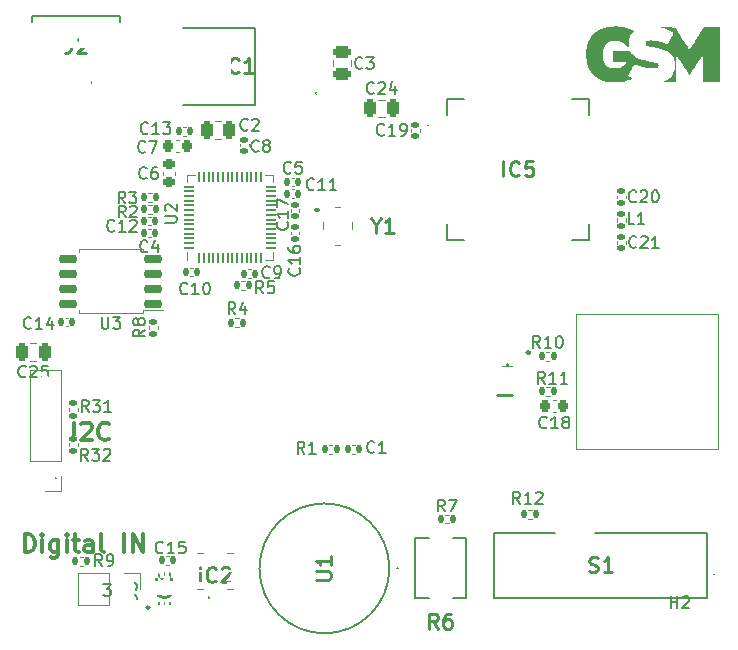
<source format=gto>
%TF.GenerationSoftware,KiCad,Pcbnew,7.0.7*%
%TF.CreationDate,2023-11-28T10:24:48+01:00*%
%TF.ProjectId,wireless_Slave,77697265-6c65-4737-935f-536c6176652e,rev?*%
%TF.SameCoordinates,PXc751640PY92dda80*%
%TF.FileFunction,Legend,Top*%
%TF.FilePolarity,Positive*%
%FSLAX46Y46*%
G04 Gerber Fmt 4.6, Leading zero omitted, Abs format (unit mm)*
G04 Created by KiCad (PCBNEW 7.0.7) date 2023-11-28 10:24:48*
%MOMM*%
%LPD*%
G01*
G04 APERTURE LIST*
G04 Aperture macros list*
%AMRoundRect*
0 Rectangle with rounded corners*
0 $1 Rounding radius*
0 $2 $3 $4 $5 $6 $7 $8 $9 X,Y pos of 4 corners*
0 Add a 4 corners polygon primitive as box body*
4,1,4,$2,$3,$4,$5,$6,$7,$8,$9,$2,$3,0*
0 Add four circle primitives for the rounded corners*
1,1,$1+$1,$2,$3*
1,1,$1+$1,$4,$5*
1,1,$1+$1,$6,$7*
1,1,$1+$1,$8,$9*
0 Add four rect primitives between the rounded corners*
20,1,$1+$1,$2,$3,$4,$5,0*
20,1,$1+$1,$4,$5,$6,$7,0*
20,1,$1+$1,$6,$7,$8,$9,0*
20,1,$1+$1,$8,$9,$2,$3,0*%
G04 Aperture macros list end*
%ADD10C,0.300000*%
%ADD11C,0.254000*%
%ADD12C,0.150000*%
%ADD13C,0.200000*%
%ADD14C,0.100000*%
%ADD15C,0.250000*%
%ADD16C,0.120000*%
%ADD17C,1.192000*%
%ADD18R,1.447000X1.447000*%
%ADD19C,1.447000*%
%ADD20R,0.400000X1.350000*%
%ADD21R,2.100000X1.600000*%
%ADD22R,1.800000X1.900000*%
%ADD23R,1.900000X1.900000*%
%ADD24R,2.300000X1.000000*%
%ADD25R,1.000000X2.300000*%
%ADD26R,0.300000X0.850000*%
%ADD27R,0.850000X0.300000*%
%ADD28R,2.200000X2.200000*%
%ADD29R,0.300000X0.800000*%
%ADD30R,1.900000X1.200000*%
%ADD31R,0.250000X0.500000*%
%ADD32R,0.500000X0.250000*%
%ADD33R,3.000000X1.600000*%
%ADD34R,6.200000X5.800000*%
%ADD35R,1.700000X1.700000*%
%ADD36O,1.700000X1.700000*%
%ADD37RoundRect,0.250000X0.250000X0.475000X-0.250000X0.475000X-0.250000X-0.475000X0.250000X-0.475000X0*%
%ADD38RoundRect,0.135000X-0.135000X-0.185000X0.135000X-0.185000X0.135000X0.185000X-0.135000X0.185000X0*%
%ADD39RoundRect,0.140000X-0.140000X-0.170000X0.140000X-0.170000X0.140000X0.170000X-0.140000X0.170000X0*%
%ADD40RoundRect,0.135000X0.185000X-0.135000X0.185000X0.135000X-0.185000X0.135000X-0.185000X-0.135000X0*%
%ADD41RoundRect,0.135000X0.135000X0.185000X-0.135000X0.185000X-0.135000X-0.185000X0.135000X-0.185000X0*%
%ADD42RoundRect,0.140000X0.170000X-0.140000X0.170000X0.140000X-0.170000X0.140000X-0.170000X-0.140000X0*%
%ADD43RoundRect,0.140000X0.140000X0.170000X-0.140000X0.170000X-0.140000X-0.170000X0.140000X-0.170000X0*%
%ADD44RoundRect,0.250000X-0.250000X-0.475000X0.250000X-0.475000X0.250000X0.475000X-0.250000X0.475000X0*%
%ADD45C,3.200000*%
%ADD46RoundRect,0.150000X0.650000X0.150000X-0.650000X0.150000X-0.650000X-0.150000X0.650000X-0.150000X0*%
%ADD47RoundRect,0.135000X-0.185000X0.135000X-0.185000X-0.135000X0.185000X-0.135000X0.185000X0.135000X0*%
%ADD48RoundRect,0.225000X0.225000X0.250000X-0.225000X0.250000X-0.225000X-0.250000X0.225000X-0.250000X0*%
%ADD49RoundRect,0.250000X-0.475000X0.250000X-0.475000X-0.250000X0.475000X-0.250000X0.475000X0.250000X0*%
%ADD50RoundRect,0.050000X0.050000X-0.387500X0.050000X0.387500X-0.050000X0.387500X-0.050000X-0.387500X0*%
%ADD51RoundRect,0.050000X0.387500X-0.050000X0.387500X0.050000X-0.387500X0.050000X-0.387500X-0.050000X0*%
%ADD52R,3.200000X3.200000*%
%ADD53RoundRect,0.140000X-0.170000X0.140000X-0.170000X-0.140000X0.170000X-0.140000X0.170000X0.140000X0*%
%ADD54R,1.200000X1.400000*%
%ADD55C,1.200000*%
%ADD56C,3.590000*%
%ADD57RoundRect,0.225000X0.250000X-0.225000X0.250000X0.225000X-0.250000X0.225000X-0.250000X-0.225000X0*%
%ADD58C,4.780000*%
%ADD59C,1.770000*%
%ADD60C,3.560000*%
G04 APERTURE END LIST*
D10*
X1529510Y11474172D02*
X1529510Y12974172D01*
X1529510Y12974172D02*
X1886653Y12974172D01*
X1886653Y12974172D02*
X2100939Y12902743D01*
X2100939Y12902743D02*
X2243796Y12759886D01*
X2243796Y12759886D02*
X2315225Y12617029D01*
X2315225Y12617029D02*
X2386653Y12331315D01*
X2386653Y12331315D02*
X2386653Y12117029D01*
X2386653Y12117029D02*
X2315225Y11831315D01*
X2315225Y11831315D02*
X2243796Y11688458D01*
X2243796Y11688458D02*
X2100939Y11545600D01*
X2100939Y11545600D02*
X1886653Y11474172D01*
X1886653Y11474172D02*
X1529510Y11474172D01*
X3029510Y11474172D02*
X3029510Y12474172D01*
X3029510Y12974172D02*
X2958082Y12902743D01*
X2958082Y12902743D02*
X3029510Y12831315D01*
X3029510Y12831315D02*
X3100939Y12902743D01*
X3100939Y12902743D02*
X3029510Y12974172D01*
X3029510Y12974172D02*
X3029510Y12831315D01*
X4386654Y12474172D02*
X4386654Y11259886D01*
X4386654Y11259886D02*
X4315225Y11117029D01*
X4315225Y11117029D02*
X4243796Y11045600D01*
X4243796Y11045600D02*
X4100939Y10974172D01*
X4100939Y10974172D02*
X3886654Y10974172D01*
X3886654Y10974172D02*
X3743796Y11045600D01*
X4386654Y11545600D02*
X4243796Y11474172D01*
X4243796Y11474172D02*
X3958082Y11474172D01*
X3958082Y11474172D02*
X3815225Y11545600D01*
X3815225Y11545600D02*
X3743796Y11617029D01*
X3743796Y11617029D02*
X3672368Y11759886D01*
X3672368Y11759886D02*
X3672368Y12188458D01*
X3672368Y12188458D02*
X3743796Y12331315D01*
X3743796Y12331315D02*
X3815225Y12402743D01*
X3815225Y12402743D02*
X3958082Y12474172D01*
X3958082Y12474172D02*
X4243796Y12474172D01*
X4243796Y12474172D02*
X4386654Y12402743D01*
X5100939Y11474172D02*
X5100939Y12474172D01*
X5100939Y12974172D02*
X5029511Y12902743D01*
X5029511Y12902743D02*
X5100939Y12831315D01*
X5100939Y12831315D02*
X5172368Y12902743D01*
X5172368Y12902743D02*
X5100939Y12974172D01*
X5100939Y12974172D02*
X5100939Y12831315D01*
X5600940Y12474172D02*
X6172368Y12474172D01*
X5815225Y12974172D02*
X5815225Y11688458D01*
X5815225Y11688458D02*
X5886654Y11545600D01*
X5886654Y11545600D02*
X6029511Y11474172D01*
X6029511Y11474172D02*
X6172368Y11474172D01*
X7315226Y11474172D02*
X7315226Y12259886D01*
X7315226Y12259886D02*
X7243797Y12402743D01*
X7243797Y12402743D02*
X7100940Y12474172D01*
X7100940Y12474172D02*
X6815226Y12474172D01*
X6815226Y12474172D02*
X6672368Y12402743D01*
X7315226Y11545600D02*
X7172368Y11474172D01*
X7172368Y11474172D02*
X6815226Y11474172D01*
X6815226Y11474172D02*
X6672368Y11545600D01*
X6672368Y11545600D02*
X6600940Y11688458D01*
X6600940Y11688458D02*
X6600940Y11831315D01*
X6600940Y11831315D02*
X6672368Y11974172D01*
X6672368Y11974172D02*
X6815226Y12045600D01*
X6815226Y12045600D02*
X7172368Y12045600D01*
X7172368Y12045600D02*
X7315226Y12117029D01*
X8243797Y11474172D02*
X8100940Y11545600D01*
X8100940Y11545600D02*
X8029511Y11688458D01*
X8029511Y11688458D02*
X8029511Y12974172D01*
X9958082Y11474172D02*
X9958082Y12974172D01*
X10672368Y11474172D02*
X10672368Y12974172D01*
X10672368Y12974172D02*
X11529511Y11474172D01*
X11529511Y11474172D02*
X11529511Y12974172D01*
X5704510Y20949172D02*
X5704510Y22449172D01*
X6347368Y22306315D02*
X6418796Y22377743D01*
X6418796Y22377743D02*
X6561654Y22449172D01*
X6561654Y22449172D02*
X6918796Y22449172D01*
X6918796Y22449172D02*
X7061654Y22377743D01*
X7061654Y22377743D02*
X7133082Y22306315D01*
X7133082Y22306315D02*
X7204511Y22163458D01*
X7204511Y22163458D02*
X7204511Y22020600D01*
X7204511Y22020600D02*
X7133082Y21806315D01*
X7133082Y21806315D02*
X6275939Y20949172D01*
X6275939Y20949172D02*
X7204511Y20949172D01*
X8704510Y21092029D02*
X8633082Y21020600D01*
X8633082Y21020600D02*
X8418796Y20949172D01*
X8418796Y20949172D02*
X8275939Y20949172D01*
X8275939Y20949172D02*
X8061653Y21020600D01*
X8061653Y21020600D02*
X7918796Y21163458D01*
X7918796Y21163458D02*
X7847367Y21306315D01*
X7847367Y21306315D02*
X7775939Y21592029D01*
X7775939Y21592029D02*
X7775939Y21806315D01*
X7775939Y21806315D02*
X7847367Y22092029D01*
X7847367Y22092029D02*
X7918796Y22234886D01*
X7918796Y22234886D02*
X8061653Y22377743D01*
X8061653Y22377743D02*
X8275939Y22449172D01*
X8275939Y22449172D02*
X8418796Y22449172D01*
X8418796Y22449172D02*
X8633082Y22377743D01*
X8633082Y22377743D02*
X8704510Y22306315D01*
D11*
X26224318Y9132381D02*
X27252413Y9132381D01*
X27252413Y9132381D02*
X27373365Y9192858D01*
X27373365Y9192858D02*
X27433842Y9253334D01*
X27433842Y9253334D02*
X27494318Y9374286D01*
X27494318Y9374286D02*
X27494318Y9616191D01*
X27494318Y9616191D02*
X27433842Y9737143D01*
X27433842Y9737143D02*
X27373365Y9797620D01*
X27373365Y9797620D02*
X27252413Y9858096D01*
X27252413Y9858096D02*
X26224318Y9858096D01*
X27494318Y11128096D02*
X27494318Y10402381D01*
X27494318Y10765238D02*
X26224318Y10765238D01*
X26224318Y10765238D02*
X26405746Y10644286D01*
X26405746Y10644286D02*
X26526699Y10523334D01*
X26526699Y10523334D02*
X26587175Y10402381D01*
X49342380Y9836158D02*
X49523809Y9775682D01*
X49523809Y9775682D02*
X49826190Y9775682D01*
X49826190Y9775682D02*
X49947142Y9836158D01*
X49947142Y9836158D02*
X50007618Y9896635D01*
X50007618Y9896635D02*
X50068095Y10017587D01*
X50068095Y10017587D02*
X50068095Y10138539D01*
X50068095Y10138539D02*
X50007618Y10259492D01*
X50007618Y10259492D02*
X49947142Y10319968D01*
X49947142Y10319968D02*
X49826190Y10380444D01*
X49826190Y10380444D02*
X49584285Y10440920D01*
X49584285Y10440920D02*
X49463333Y10501397D01*
X49463333Y10501397D02*
X49402856Y10561873D01*
X49402856Y10561873D02*
X49342380Y10682825D01*
X49342380Y10682825D02*
X49342380Y10803778D01*
X49342380Y10803778D02*
X49402856Y10924730D01*
X49402856Y10924730D02*
X49463333Y10985206D01*
X49463333Y10985206D02*
X49584285Y11045682D01*
X49584285Y11045682D02*
X49886666Y11045682D01*
X49886666Y11045682D02*
X50068095Y10985206D01*
X51277619Y9775682D02*
X50551904Y9775682D01*
X50914761Y9775682D02*
X50914761Y11045682D01*
X50914761Y11045682D02*
X50793809Y10864254D01*
X50793809Y10864254D02*
X50672857Y10743301D01*
X50672857Y10743301D02*
X50551904Y10682825D01*
X5476667Y54995682D02*
X5476667Y54088539D01*
X5476667Y54088539D02*
X5416190Y53907111D01*
X5416190Y53907111D02*
X5295238Y53786158D01*
X5295238Y53786158D02*
X5113809Y53725682D01*
X5113809Y53725682D02*
X4992857Y53725682D01*
X6020952Y54874730D02*
X6081428Y54935206D01*
X6081428Y54935206D02*
X6202381Y54995682D01*
X6202381Y54995682D02*
X6504762Y54995682D01*
X6504762Y54995682D02*
X6625714Y54935206D01*
X6625714Y54935206D02*
X6686190Y54874730D01*
X6686190Y54874730D02*
X6746667Y54753778D01*
X6746667Y54753778D02*
X6746667Y54632825D01*
X6746667Y54632825D02*
X6686190Y54451397D01*
X6686190Y54451397D02*
X5960476Y53725682D01*
X5960476Y53725682D02*
X6746667Y53725682D01*
X42080237Y43305682D02*
X42080237Y44575682D01*
X43410714Y43426635D02*
X43350238Y43366158D01*
X43350238Y43366158D02*
X43168809Y43305682D01*
X43168809Y43305682D02*
X43047857Y43305682D01*
X43047857Y43305682D02*
X42866428Y43366158D01*
X42866428Y43366158D02*
X42745476Y43487111D01*
X42745476Y43487111D02*
X42684999Y43608063D01*
X42684999Y43608063D02*
X42624523Y43849968D01*
X42624523Y43849968D02*
X42624523Y44031397D01*
X42624523Y44031397D02*
X42684999Y44273301D01*
X42684999Y44273301D02*
X42745476Y44394254D01*
X42745476Y44394254D02*
X42866428Y44515206D01*
X42866428Y44515206D02*
X43047857Y44575682D01*
X43047857Y44575682D02*
X43168809Y44575682D01*
X43168809Y44575682D02*
X43350238Y44515206D01*
X43350238Y44515206D02*
X43410714Y44454730D01*
X44559761Y44575682D02*
X43954999Y44575682D01*
X43954999Y44575682D02*
X43894523Y43970920D01*
X43894523Y43970920D02*
X43954999Y44031397D01*
X43954999Y44031397D02*
X44075952Y44091873D01*
X44075952Y44091873D02*
X44378333Y44091873D01*
X44378333Y44091873D02*
X44499285Y44031397D01*
X44499285Y44031397D02*
X44559761Y43970920D01*
X44559761Y43970920D02*
X44620238Y43849968D01*
X44620238Y43849968D02*
X44620238Y43547587D01*
X44620238Y43547587D02*
X44559761Y43426635D01*
X44559761Y43426635D02*
X44499285Y43366158D01*
X44499285Y43366158D02*
X44378333Y43305682D01*
X44378333Y43305682D02*
X44075952Y43305682D01*
X44075952Y43305682D02*
X43954999Y43366158D01*
X43954999Y43366158D02*
X43894523Y43426635D01*
X42764318Y24770238D02*
X41494318Y24770238D01*
X42643365Y26100715D02*
X42703842Y26040239D01*
X42703842Y26040239D02*
X42764318Y25858810D01*
X42764318Y25858810D02*
X42764318Y25737858D01*
X42764318Y25737858D02*
X42703842Y25556429D01*
X42703842Y25556429D02*
X42582889Y25435477D01*
X42582889Y25435477D02*
X42461937Y25375000D01*
X42461937Y25375000D02*
X42220032Y25314524D01*
X42220032Y25314524D02*
X42038603Y25314524D01*
X42038603Y25314524D02*
X41796699Y25375000D01*
X41796699Y25375000D02*
X41675746Y25435477D01*
X41675746Y25435477D02*
X41554794Y25556429D01*
X41554794Y25556429D02*
X41494318Y25737858D01*
X41494318Y25737858D02*
X41494318Y25858810D01*
X41494318Y25858810D02*
X41554794Y26040239D01*
X41554794Y26040239D02*
X41615270Y26100715D01*
X41917651Y27189286D02*
X42764318Y27189286D01*
X41433842Y26886905D02*
X42340984Y26584524D01*
X42340984Y26584524D02*
X42340984Y27370715D01*
X13954318Y7160238D02*
X12684318Y7160238D01*
X13833365Y8490715D02*
X13893842Y8430239D01*
X13893842Y8430239D02*
X13954318Y8248810D01*
X13954318Y8248810D02*
X13954318Y8127858D01*
X13954318Y8127858D02*
X13893842Y7946429D01*
X13893842Y7946429D02*
X13772889Y7825477D01*
X13772889Y7825477D02*
X13651937Y7765000D01*
X13651937Y7765000D02*
X13410032Y7704524D01*
X13410032Y7704524D02*
X13228603Y7704524D01*
X13228603Y7704524D02*
X12986699Y7765000D01*
X12986699Y7765000D02*
X12865746Y7825477D01*
X12865746Y7825477D02*
X12744794Y7946429D01*
X12744794Y7946429D02*
X12684318Y8127858D01*
X12684318Y8127858D02*
X12684318Y8248810D01*
X12684318Y8248810D02*
X12744794Y8430239D01*
X12744794Y8430239D02*
X12805270Y8490715D01*
X12684318Y8914048D02*
X12684318Y9700239D01*
X12684318Y9700239D02*
X13168127Y9276905D01*
X13168127Y9276905D02*
X13168127Y9458334D01*
X13168127Y9458334D02*
X13228603Y9579286D01*
X13228603Y9579286D02*
X13289080Y9639762D01*
X13289080Y9639762D02*
X13410032Y9700239D01*
X13410032Y9700239D02*
X13712413Y9700239D01*
X13712413Y9700239D02*
X13833365Y9639762D01*
X13833365Y9639762D02*
X13893842Y9579286D01*
X13893842Y9579286D02*
X13954318Y9458334D01*
X13954318Y9458334D02*
X13954318Y9095477D01*
X13954318Y9095477D02*
X13893842Y8974524D01*
X13893842Y8974524D02*
X13833365Y8914048D01*
X16400237Y8930682D02*
X16400237Y10200682D01*
X17730714Y9051635D02*
X17670238Y8991158D01*
X17670238Y8991158D02*
X17488809Y8930682D01*
X17488809Y8930682D02*
X17367857Y8930682D01*
X17367857Y8930682D02*
X17186428Y8991158D01*
X17186428Y8991158D02*
X17065476Y9112111D01*
X17065476Y9112111D02*
X17004999Y9233063D01*
X17004999Y9233063D02*
X16944523Y9474968D01*
X16944523Y9474968D02*
X16944523Y9656397D01*
X16944523Y9656397D02*
X17004999Y9898301D01*
X17004999Y9898301D02*
X17065476Y10019254D01*
X17065476Y10019254D02*
X17186428Y10140206D01*
X17186428Y10140206D02*
X17367857Y10200682D01*
X17367857Y10200682D02*
X17488809Y10200682D01*
X17488809Y10200682D02*
X17670238Y10140206D01*
X17670238Y10140206D02*
X17730714Y10079730D01*
X18214523Y10079730D02*
X18274999Y10140206D01*
X18274999Y10140206D02*
X18395952Y10200682D01*
X18395952Y10200682D02*
X18698333Y10200682D01*
X18698333Y10200682D02*
X18819285Y10140206D01*
X18819285Y10140206D02*
X18879761Y10079730D01*
X18879761Y10079730D02*
X18940238Y9958778D01*
X18940238Y9958778D02*
X18940238Y9837825D01*
X18940238Y9837825D02*
X18879761Y9656397D01*
X18879761Y9656397D02*
X18154047Y8930682D01*
X18154047Y8930682D02*
X18940238Y8930682D01*
X18330237Y52025682D02*
X18330237Y53295682D01*
X19660714Y52146635D02*
X19600238Y52086158D01*
X19600238Y52086158D02*
X19418809Y52025682D01*
X19418809Y52025682D02*
X19297857Y52025682D01*
X19297857Y52025682D02*
X19116428Y52086158D01*
X19116428Y52086158D02*
X18995476Y52207111D01*
X18995476Y52207111D02*
X18934999Y52328063D01*
X18934999Y52328063D02*
X18874523Y52569968D01*
X18874523Y52569968D02*
X18874523Y52751397D01*
X18874523Y52751397D02*
X18934999Y52993301D01*
X18934999Y52993301D02*
X18995476Y53114254D01*
X18995476Y53114254D02*
X19116428Y53235206D01*
X19116428Y53235206D02*
X19297857Y53295682D01*
X19297857Y53295682D02*
X19418809Y53295682D01*
X19418809Y53295682D02*
X19600238Y53235206D01*
X19600238Y53235206D02*
X19660714Y53174730D01*
X20870238Y52025682D02*
X20144523Y52025682D01*
X20507380Y52025682D02*
X20507380Y53295682D01*
X20507380Y53295682D02*
X20386428Y53114254D01*
X20386428Y53114254D02*
X20265476Y52993301D01*
X20265476Y52993301D02*
X20144523Y52932825D01*
D12*
X1637142Y26370420D02*
X1589523Y26322800D01*
X1589523Y26322800D02*
X1446666Y26275181D01*
X1446666Y26275181D02*
X1351428Y26275181D01*
X1351428Y26275181D02*
X1208571Y26322800D01*
X1208571Y26322800D02*
X1113333Y26418039D01*
X1113333Y26418039D02*
X1065714Y26513277D01*
X1065714Y26513277D02*
X1018095Y26703753D01*
X1018095Y26703753D02*
X1018095Y26846610D01*
X1018095Y26846610D02*
X1065714Y27037086D01*
X1065714Y27037086D02*
X1113333Y27132324D01*
X1113333Y27132324D02*
X1208571Y27227562D01*
X1208571Y27227562D02*
X1351428Y27275181D01*
X1351428Y27275181D02*
X1446666Y27275181D01*
X1446666Y27275181D02*
X1589523Y27227562D01*
X1589523Y27227562D02*
X1637142Y27179943D01*
X2018095Y27179943D02*
X2065714Y27227562D01*
X2065714Y27227562D02*
X2160952Y27275181D01*
X2160952Y27275181D02*
X2399047Y27275181D01*
X2399047Y27275181D02*
X2494285Y27227562D01*
X2494285Y27227562D02*
X2541904Y27179943D01*
X2541904Y27179943D02*
X2589523Y27084705D01*
X2589523Y27084705D02*
X2589523Y26989467D01*
X2589523Y26989467D02*
X2541904Y26846610D01*
X2541904Y26846610D02*
X1970476Y26275181D01*
X1970476Y26275181D02*
X2589523Y26275181D01*
X3494285Y27275181D02*
X3018095Y27275181D01*
X3018095Y27275181D02*
X2970476Y26798991D01*
X2970476Y26798991D02*
X3018095Y26846610D01*
X3018095Y26846610D02*
X3113333Y26894229D01*
X3113333Y26894229D02*
X3351428Y26894229D01*
X3351428Y26894229D02*
X3446666Y26846610D01*
X3446666Y26846610D02*
X3494285Y26798991D01*
X3494285Y26798991D02*
X3541904Y26703753D01*
X3541904Y26703753D02*
X3541904Y26465658D01*
X3541904Y26465658D02*
X3494285Y26370420D01*
X3494285Y26370420D02*
X3446666Y26322800D01*
X3446666Y26322800D02*
X3351428Y26275181D01*
X3351428Y26275181D02*
X3113333Y26275181D01*
X3113333Y26275181D02*
X3018095Y26322800D01*
X3018095Y26322800D02*
X2970476Y26370420D01*
X10058333Y40995181D02*
X9725000Y41471372D01*
X9486905Y40995181D02*
X9486905Y41995181D01*
X9486905Y41995181D02*
X9867857Y41995181D01*
X9867857Y41995181D02*
X9963095Y41947562D01*
X9963095Y41947562D02*
X10010714Y41899943D01*
X10010714Y41899943D02*
X10058333Y41804705D01*
X10058333Y41804705D02*
X10058333Y41661848D01*
X10058333Y41661848D02*
X10010714Y41566610D01*
X10010714Y41566610D02*
X9963095Y41518991D01*
X9963095Y41518991D02*
X9867857Y41471372D01*
X9867857Y41471372D02*
X9486905Y41471372D01*
X10391667Y41995181D02*
X11010714Y41995181D01*
X11010714Y41995181D02*
X10677381Y41614229D01*
X10677381Y41614229D02*
X10820238Y41614229D01*
X10820238Y41614229D02*
X10915476Y41566610D01*
X10915476Y41566610D02*
X10963095Y41518991D01*
X10963095Y41518991D02*
X11010714Y41423753D01*
X11010714Y41423753D02*
X11010714Y41185658D01*
X11010714Y41185658D02*
X10963095Y41090420D01*
X10963095Y41090420D02*
X10915476Y41042800D01*
X10915476Y41042800D02*
X10820238Y40995181D01*
X10820238Y40995181D02*
X10534524Y40995181D01*
X10534524Y40995181D02*
X10439286Y41042800D01*
X10439286Y41042800D02*
X10391667Y41090420D01*
X24078333Y43625420D02*
X24030714Y43577800D01*
X24030714Y43577800D02*
X23887857Y43530181D01*
X23887857Y43530181D02*
X23792619Y43530181D01*
X23792619Y43530181D02*
X23649762Y43577800D01*
X23649762Y43577800D02*
X23554524Y43673039D01*
X23554524Y43673039D02*
X23506905Y43768277D01*
X23506905Y43768277D02*
X23459286Y43958753D01*
X23459286Y43958753D02*
X23459286Y44101610D01*
X23459286Y44101610D02*
X23506905Y44292086D01*
X23506905Y44292086D02*
X23554524Y44387324D01*
X23554524Y44387324D02*
X23649762Y44482562D01*
X23649762Y44482562D02*
X23792619Y44530181D01*
X23792619Y44530181D02*
X23887857Y44530181D01*
X23887857Y44530181D02*
X24030714Y44482562D01*
X24030714Y44482562D02*
X24078333Y44434943D01*
X24983095Y44530181D02*
X24506905Y44530181D01*
X24506905Y44530181D02*
X24459286Y44053991D01*
X24459286Y44053991D02*
X24506905Y44101610D01*
X24506905Y44101610D02*
X24602143Y44149229D01*
X24602143Y44149229D02*
X24840238Y44149229D01*
X24840238Y44149229D02*
X24935476Y44101610D01*
X24935476Y44101610D02*
X24983095Y44053991D01*
X24983095Y44053991D02*
X25030714Y43958753D01*
X25030714Y43958753D02*
X25030714Y43720658D01*
X25030714Y43720658D02*
X24983095Y43625420D01*
X24983095Y43625420D02*
X24935476Y43577800D01*
X24935476Y43577800D02*
X24840238Y43530181D01*
X24840238Y43530181D02*
X24602143Y43530181D01*
X24602143Y43530181D02*
X24506905Y43577800D01*
X24506905Y43577800D02*
X24459286Y43625420D01*
X11714819Y30313334D02*
X11238628Y29980001D01*
X11714819Y29741906D02*
X10714819Y29741906D01*
X10714819Y29741906D02*
X10714819Y30122858D01*
X10714819Y30122858D02*
X10762438Y30218096D01*
X10762438Y30218096D02*
X10810057Y30265715D01*
X10810057Y30265715D02*
X10905295Y30313334D01*
X10905295Y30313334D02*
X11048152Y30313334D01*
X11048152Y30313334D02*
X11143390Y30265715D01*
X11143390Y30265715D02*
X11191009Y30218096D01*
X11191009Y30218096D02*
X11238628Y30122858D01*
X11238628Y30122858D02*
X11238628Y29741906D01*
X11143390Y30884763D02*
X11095771Y30789525D01*
X11095771Y30789525D02*
X11048152Y30741906D01*
X11048152Y30741906D02*
X10952914Y30694287D01*
X10952914Y30694287D02*
X10905295Y30694287D01*
X10905295Y30694287D02*
X10810057Y30741906D01*
X10810057Y30741906D02*
X10762438Y30789525D01*
X10762438Y30789525D02*
X10714819Y30884763D01*
X10714819Y30884763D02*
X10714819Y31075239D01*
X10714819Y31075239D02*
X10762438Y31170477D01*
X10762438Y31170477D02*
X10810057Y31218096D01*
X10810057Y31218096D02*
X10905295Y31265715D01*
X10905295Y31265715D02*
X10952914Y31265715D01*
X10952914Y31265715D02*
X11048152Y31218096D01*
X11048152Y31218096D02*
X11095771Y31170477D01*
X11095771Y31170477D02*
X11143390Y31075239D01*
X11143390Y31075239D02*
X11143390Y30884763D01*
X11143390Y30884763D02*
X11191009Y30789525D01*
X11191009Y30789525D02*
X11238628Y30741906D01*
X11238628Y30741906D02*
X11333866Y30694287D01*
X11333866Y30694287D02*
X11524342Y30694287D01*
X11524342Y30694287D02*
X11619580Y30741906D01*
X11619580Y30741906D02*
X11667200Y30789525D01*
X11667200Y30789525D02*
X11714819Y30884763D01*
X11714819Y30884763D02*
X11714819Y31075239D01*
X11714819Y31075239D02*
X11667200Y31170477D01*
X11667200Y31170477D02*
X11619580Y31218096D01*
X11619580Y31218096D02*
X11524342Y31265715D01*
X11524342Y31265715D02*
X11333866Y31265715D01*
X11333866Y31265715D02*
X11238628Y31218096D01*
X11238628Y31218096D02*
X11191009Y31170477D01*
X11191009Y31170477D02*
X11143390Y31075239D01*
X8108333Y10320181D02*
X7775000Y10796372D01*
X7536905Y10320181D02*
X7536905Y11320181D01*
X7536905Y11320181D02*
X7917857Y11320181D01*
X7917857Y11320181D02*
X8013095Y11272562D01*
X8013095Y11272562D02*
X8060714Y11224943D01*
X8060714Y11224943D02*
X8108333Y11129705D01*
X8108333Y11129705D02*
X8108333Y10986848D01*
X8108333Y10986848D02*
X8060714Y10891610D01*
X8060714Y10891610D02*
X8013095Y10843991D01*
X8013095Y10843991D02*
X7917857Y10796372D01*
X7917857Y10796372D02*
X7536905Y10796372D01*
X8584524Y10320181D02*
X8775000Y10320181D01*
X8775000Y10320181D02*
X8870238Y10367800D01*
X8870238Y10367800D02*
X8917857Y10415420D01*
X8917857Y10415420D02*
X9013095Y10558277D01*
X9013095Y10558277D02*
X9060714Y10748753D01*
X9060714Y10748753D02*
X9060714Y11129705D01*
X9060714Y11129705D02*
X9013095Y11224943D01*
X9013095Y11224943D02*
X8965476Y11272562D01*
X8965476Y11272562D02*
X8870238Y11320181D01*
X8870238Y11320181D02*
X8679762Y11320181D01*
X8679762Y11320181D02*
X8584524Y11272562D01*
X8584524Y11272562D02*
X8536905Y11224943D01*
X8536905Y11224943D02*
X8489286Y11129705D01*
X8489286Y11129705D02*
X8489286Y10891610D01*
X8489286Y10891610D02*
X8536905Y10796372D01*
X8536905Y10796372D02*
X8584524Y10748753D01*
X8584524Y10748753D02*
X8679762Y10701134D01*
X8679762Y10701134D02*
X8870238Y10701134D01*
X8870238Y10701134D02*
X8965476Y10748753D01*
X8965476Y10748753D02*
X9013095Y10796372D01*
X9013095Y10796372D02*
X9060714Y10891610D01*
X43482142Y15570181D02*
X43148809Y16046372D01*
X42910714Y15570181D02*
X42910714Y16570181D01*
X42910714Y16570181D02*
X43291666Y16570181D01*
X43291666Y16570181D02*
X43386904Y16522562D01*
X43386904Y16522562D02*
X43434523Y16474943D01*
X43434523Y16474943D02*
X43482142Y16379705D01*
X43482142Y16379705D02*
X43482142Y16236848D01*
X43482142Y16236848D02*
X43434523Y16141610D01*
X43434523Y16141610D02*
X43386904Y16093991D01*
X43386904Y16093991D02*
X43291666Y16046372D01*
X43291666Y16046372D02*
X42910714Y16046372D01*
X44434523Y15570181D02*
X43863095Y15570181D01*
X44148809Y15570181D02*
X44148809Y16570181D01*
X44148809Y16570181D02*
X44053571Y16427324D01*
X44053571Y16427324D02*
X43958333Y16332086D01*
X43958333Y16332086D02*
X43863095Y16284467D01*
X44815476Y16474943D02*
X44863095Y16522562D01*
X44863095Y16522562D02*
X44958333Y16570181D01*
X44958333Y16570181D02*
X45196428Y16570181D01*
X45196428Y16570181D02*
X45291666Y16522562D01*
X45291666Y16522562D02*
X45339285Y16474943D01*
X45339285Y16474943D02*
X45386904Y16379705D01*
X45386904Y16379705D02*
X45386904Y16284467D01*
X45386904Y16284467D02*
X45339285Y16141610D01*
X45339285Y16141610D02*
X44767857Y15570181D01*
X44767857Y15570181D02*
X45386904Y15570181D01*
X45177142Y28775181D02*
X44843809Y29251372D01*
X44605714Y28775181D02*
X44605714Y29775181D01*
X44605714Y29775181D02*
X44986666Y29775181D01*
X44986666Y29775181D02*
X45081904Y29727562D01*
X45081904Y29727562D02*
X45129523Y29679943D01*
X45129523Y29679943D02*
X45177142Y29584705D01*
X45177142Y29584705D02*
X45177142Y29441848D01*
X45177142Y29441848D02*
X45129523Y29346610D01*
X45129523Y29346610D02*
X45081904Y29298991D01*
X45081904Y29298991D02*
X44986666Y29251372D01*
X44986666Y29251372D02*
X44605714Y29251372D01*
X46129523Y28775181D02*
X45558095Y28775181D01*
X45843809Y28775181D02*
X45843809Y29775181D01*
X45843809Y29775181D02*
X45748571Y29632324D01*
X45748571Y29632324D02*
X45653333Y29537086D01*
X45653333Y29537086D02*
X45558095Y29489467D01*
X46748571Y29775181D02*
X46843809Y29775181D01*
X46843809Y29775181D02*
X46939047Y29727562D01*
X46939047Y29727562D02*
X46986666Y29679943D01*
X46986666Y29679943D02*
X47034285Y29584705D01*
X47034285Y29584705D02*
X47081904Y29394229D01*
X47081904Y29394229D02*
X47081904Y29156134D01*
X47081904Y29156134D02*
X47034285Y28965658D01*
X47034285Y28965658D02*
X46986666Y28870420D01*
X46986666Y28870420D02*
X46939047Y28822800D01*
X46939047Y28822800D02*
X46843809Y28775181D01*
X46843809Y28775181D02*
X46748571Y28775181D01*
X46748571Y28775181D02*
X46653333Y28822800D01*
X46653333Y28822800D02*
X46605714Y28870420D01*
X46605714Y28870420D02*
X46558095Y28965658D01*
X46558095Y28965658D02*
X46510476Y29156134D01*
X46510476Y29156134D02*
X46510476Y29394229D01*
X46510476Y29394229D02*
X46558095Y29584705D01*
X46558095Y29584705D02*
X46605714Y29679943D01*
X46605714Y29679943D02*
X46653333Y29727562D01*
X46653333Y29727562D02*
X46748571Y29775181D01*
X24784580Y35507143D02*
X24832200Y35459524D01*
X24832200Y35459524D02*
X24879819Y35316667D01*
X24879819Y35316667D02*
X24879819Y35221429D01*
X24879819Y35221429D02*
X24832200Y35078572D01*
X24832200Y35078572D02*
X24736961Y34983334D01*
X24736961Y34983334D02*
X24641723Y34935715D01*
X24641723Y34935715D02*
X24451247Y34888096D01*
X24451247Y34888096D02*
X24308390Y34888096D01*
X24308390Y34888096D02*
X24117914Y34935715D01*
X24117914Y34935715D02*
X24022676Y34983334D01*
X24022676Y34983334D02*
X23927438Y35078572D01*
X23927438Y35078572D02*
X23879819Y35221429D01*
X23879819Y35221429D02*
X23879819Y35316667D01*
X23879819Y35316667D02*
X23927438Y35459524D01*
X23927438Y35459524D02*
X23975057Y35507143D01*
X24879819Y36459524D02*
X24879819Y35888096D01*
X24879819Y36173810D02*
X23879819Y36173810D01*
X23879819Y36173810D02*
X24022676Y36078572D01*
X24022676Y36078572D02*
X24117914Y35983334D01*
X24117914Y35983334D02*
X24165533Y35888096D01*
X23879819Y37316667D02*
X23879819Y37126191D01*
X23879819Y37126191D02*
X23927438Y37030953D01*
X23927438Y37030953D02*
X23975057Y36983334D01*
X23975057Y36983334D02*
X24117914Y36888096D01*
X24117914Y36888096D02*
X24308390Y36840477D01*
X24308390Y36840477D02*
X24689342Y36840477D01*
X24689342Y36840477D02*
X24784580Y36888096D01*
X24784580Y36888096D02*
X24832200Y36935715D01*
X24832200Y36935715D02*
X24879819Y37030953D01*
X24879819Y37030953D02*
X24879819Y37221429D01*
X24879819Y37221429D02*
X24832200Y37316667D01*
X24832200Y37316667D02*
X24784580Y37364286D01*
X24784580Y37364286D02*
X24689342Y37411905D01*
X24689342Y37411905D02*
X24451247Y37411905D01*
X24451247Y37411905D02*
X24356009Y37364286D01*
X24356009Y37364286D02*
X24308390Y37316667D01*
X24308390Y37316667D02*
X24260771Y37221429D01*
X24260771Y37221429D02*
X24260771Y37030953D01*
X24260771Y37030953D02*
X24308390Y36935715D01*
X24308390Y36935715D02*
X24356009Y36888096D01*
X24356009Y36888096D02*
X24451247Y36840477D01*
X19373333Y31615181D02*
X19040000Y32091372D01*
X18801905Y31615181D02*
X18801905Y32615181D01*
X18801905Y32615181D02*
X19182857Y32615181D01*
X19182857Y32615181D02*
X19278095Y32567562D01*
X19278095Y32567562D02*
X19325714Y32519943D01*
X19325714Y32519943D02*
X19373333Y32424705D01*
X19373333Y32424705D02*
X19373333Y32281848D01*
X19373333Y32281848D02*
X19325714Y32186610D01*
X19325714Y32186610D02*
X19278095Y32138991D01*
X19278095Y32138991D02*
X19182857Y32091372D01*
X19182857Y32091372D02*
X18801905Y32091372D01*
X20230476Y32281848D02*
X20230476Y31615181D01*
X19992381Y32662800D02*
X19754286Y31948515D01*
X19754286Y31948515D02*
X20373333Y31948515D01*
X22283333Y34765420D02*
X22235714Y34717800D01*
X22235714Y34717800D02*
X22092857Y34670181D01*
X22092857Y34670181D02*
X21997619Y34670181D01*
X21997619Y34670181D02*
X21854762Y34717800D01*
X21854762Y34717800D02*
X21759524Y34813039D01*
X21759524Y34813039D02*
X21711905Y34908277D01*
X21711905Y34908277D02*
X21664286Y35098753D01*
X21664286Y35098753D02*
X21664286Y35241610D01*
X21664286Y35241610D02*
X21711905Y35432086D01*
X21711905Y35432086D02*
X21759524Y35527324D01*
X21759524Y35527324D02*
X21854762Y35622562D01*
X21854762Y35622562D02*
X21997619Y35670181D01*
X21997619Y35670181D02*
X22092857Y35670181D01*
X22092857Y35670181D02*
X22235714Y35622562D01*
X22235714Y35622562D02*
X22283333Y35574943D01*
X22759524Y34670181D02*
X22950000Y34670181D01*
X22950000Y34670181D02*
X23045238Y34717800D01*
X23045238Y34717800D02*
X23092857Y34765420D01*
X23092857Y34765420D02*
X23188095Y34908277D01*
X23188095Y34908277D02*
X23235714Y35098753D01*
X23235714Y35098753D02*
X23235714Y35479705D01*
X23235714Y35479705D02*
X23188095Y35574943D01*
X23188095Y35574943D02*
X23140476Y35622562D01*
X23140476Y35622562D02*
X23045238Y35670181D01*
X23045238Y35670181D02*
X22854762Y35670181D01*
X22854762Y35670181D02*
X22759524Y35622562D01*
X22759524Y35622562D02*
X22711905Y35574943D01*
X22711905Y35574943D02*
X22664286Y35479705D01*
X22664286Y35479705D02*
X22664286Y35241610D01*
X22664286Y35241610D02*
X22711905Y35146372D01*
X22711905Y35146372D02*
X22759524Y35098753D01*
X22759524Y35098753D02*
X22854762Y35051134D01*
X22854762Y35051134D02*
X23045238Y35051134D01*
X23045238Y35051134D02*
X23140476Y35098753D01*
X23140476Y35098753D02*
X23188095Y35146372D01*
X23188095Y35146372D02*
X23235714Y35241610D01*
X31158333Y19965420D02*
X31110714Y19917800D01*
X31110714Y19917800D02*
X30967857Y19870181D01*
X30967857Y19870181D02*
X30872619Y19870181D01*
X30872619Y19870181D02*
X30729762Y19917800D01*
X30729762Y19917800D02*
X30634524Y20013039D01*
X30634524Y20013039D02*
X30586905Y20108277D01*
X30586905Y20108277D02*
X30539286Y20298753D01*
X30539286Y20298753D02*
X30539286Y20441610D01*
X30539286Y20441610D02*
X30586905Y20632086D01*
X30586905Y20632086D02*
X30634524Y20727324D01*
X30634524Y20727324D02*
X30729762Y20822562D01*
X30729762Y20822562D02*
X30872619Y20870181D01*
X30872619Y20870181D02*
X30967857Y20870181D01*
X30967857Y20870181D02*
X31110714Y20822562D01*
X31110714Y20822562D02*
X31158333Y20774943D01*
X32110714Y19870181D02*
X31539286Y19870181D01*
X31825000Y19870181D02*
X31825000Y20870181D01*
X31825000Y20870181D02*
X31729762Y20727324D01*
X31729762Y20727324D02*
X31634524Y20632086D01*
X31634524Y20632086D02*
X31539286Y20584467D01*
X20433333Y47265420D02*
X20385714Y47217800D01*
X20385714Y47217800D02*
X20242857Y47170181D01*
X20242857Y47170181D02*
X20147619Y47170181D01*
X20147619Y47170181D02*
X20004762Y47217800D01*
X20004762Y47217800D02*
X19909524Y47313039D01*
X19909524Y47313039D02*
X19861905Y47408277D01*
X19861905Y47408277D02*
X19814286Y47598753D01*
X19814286Y47598753D02*
X19814286Y47741610D01*
X19814286Y47741610D02*
X19861905Y47932086D01*
X19861905Y47932086D02*
X19909524Y48027324D01*
X19909524Y48027324D02*
X20004762Y48122562D01*
X20004762Y48122562D02*
X20147619Y48170181D01*
X20147619Y48170181D02*
X20242857Y48170181D01*
X20242857Y48170181D02*
X20385714Y48122562D01*
X20385714Y48122562D02*
X20433333Y48074943D01*
X20814286Y48074943D02*
X20861905Y48122562D01*
X20861905Y48122562D02*
X20957143Y48170181D01*
X20957143Y48170181D02*
X21195238Y48170181D01*
X21195238Y48170181D02*
X21290476Y48122562D01*
X21290476Y48122562D02*
X21338095Y48074943D01*
X21338095Y48074943D02*
X21385714Y47979705D01*
X21385714Y47979705D02*
X21385714Y47884467D01*
X21385714Y47884467D02*
X21338095Y47741610D01*
X21338095Y47741610D02*
X20766667Y47170181D01*
X20766667Y47170181D02*
X21385714Y47170181D01*
X37108333Y14920181D02*
X36775000Y15396372D01*
X36536905Y14920181D02*
X36536905Y15920181D01*
X36536905Y15920181D02*
X36917857Y15920181D01*
X36917857Y15920181D02*
X37013095Y15872562D01*
X37013095Y15872562D02*
X37060714Y15824943D01*
X37060714Y15824943D02*
X37108333Y15729705D01*
X37108333Y15729705D02*
X37108333Y15586848D01*
X37108333Y15586848D02*
X37060714Y15491610D01*
X37060714Y15491610D02*
X37013095Y15443991D01*
X37013095Y15443991D02*
X36917857Y15396372D01*
X36917857Y15396372D02*
X36536905Y15396372D01*
X37441667Y15920181D02*
X38108333Y15920181D01*
X38108333Y15920181D02*
X37679762Y14920181D01*
X11933333Y36955420D02*
X11885714Y36907800D01*
X11885714Y36907800D02*
X11742857Y36860181D01*
X11742857Y36860181D02*
X11647619Y36860181D01*
X11647619Y36860181D02*
X11504762Y36907800D01*
X11504762Y36907800D02*
X11409524Y37003039D01*
X11409524Y37003039D02*
X11361905Y37098277D01*
X11361905Y37098277D02*
X11314286Y37288753D01*
X11314286Y37288753D02*
X11314286Y37431610D01*
X11314286Y37431610D02*
X11361905Y37622086D01*
X11361905Y37622086D02*
X11409524Y37717324D01*
X11409524Y37717324D02*
X11504762Y37812562D01*
X11504762Y37812562D02*
X11647619Y37860181D01*
X11647619Y37860181D02*
X11742857Y37860181D01*
X11742857Y37860181D02*
X11885714Y37812562D01*
X11885714Y37812562D02*
X11933333Y37764943D01*
X12790476Y37526848D02*
X12790476Y36860181D01*
X12552381Y37907800D02*
X12314286Y37193515D01*
X12314286Y37193515D02*
X12933333Y37193515D01*
X10029819Y7866667D02*
X10744104Y7866667D01*
X10744104Y7866667D02*
X10886961Y7819048D01*
X10886961Y7819048D02*
X10982200Y7723810D01*
X10982200Y7723810D02*
X11029819Y7580953D01*
X11029819Y7580953D02*
X11029819Y7485715D01*
X10029819Y8819048D02*
X10029819Y8342858D01*
X10029819Y8342858D02*
X10506009Y8295239D01*
X10506009Y8295239D02*
X10458390Y8342858D01*
X10458390Y8342858D02*
X10410771Y8438096D01*
X10410771Y8438096D02*
X10410771Y8676191D01*
X10410771Y8676191D02*
X10458390Y8771429D01*
X10458390Y8771429D02*
X10506009Y8819048D01*
X10506009Y8819048D02*
X10601247Y8866667D01*
X10601247Y8866667D02*
X10839342Y8866667D01*
X10839342Y8866667D02*
X10934580Y8819048D01*
X10934580Y8819048D02*
X10982200Y8771429D01*
X10982200Y8771429D02*
X11029819Y8676191D01*
X11029819Y8676191D02*
X11029819Y8438096D01*
X11029819Y8438096D02*
X10982200Y8342858D01*
X10982200Y8342858D02*
X10934580Y8295239D01*
X25233333Y19820181D02*
X24900000Y20296372D01*
X24661905Y19820181D02*
X24661905Y20820181D01*
X24661905Y20820181D02*
X25042857Y20820181D01*
X25042857Y20820181D02*
X25138095Y20772562D01*
X25138095Y20772562D02*
X25185714Y20724943D01*
X25185714Y20724943D02*
X25233333Y20629705D01*
X25233333Y20629705D02*
X25233333Y20486848D01*
X25233333Y20486848D02*
X25185714Y20391610D01*
X25185714Y20391610D02*
X25138095Y20343991D01*
X25138095Y20343991D02*
X25042857Y20296372D01*
X25042857Y20296372D02*
X24661905Y20296372D01*
X26185714Y19820181D02*
X25614286Y19820181D01*
X25900000Y19820181D02*
X25900000Y20820181D01*
X25900000Y20820181D02*
X25804762Y20677324D01*
X25804762Y20677324D02*
X25709524Y20582086D01*
X25709524Y20582086D02*
X25614286Y20534467D01*
X56238095Y6745181D02*
X56238095Y7745181D01*
X56238095Y7268991D02*
X56809523Y7268991D01*
X56809523Y6745181D02*
X56809523Y7745181D01*
X57238095Y7649943D02*
X57285714Y7697562D01*
X57285714Y7697562D02*
X57380952Y7745181D01*
X57380952Y7745181D02*
X57619047Y7745181D01*
X57619047Y7745181D02*
X57714285Y7697562D01*
X57714285Y7697562D02*
X57761904Y7649943D01*
X57761904Y7649943D02*
X57809523Y7554705D01*
X57809523Y7554705D02*
X57809523Y7459467D01*
X57809523Y7459467D02*
X57761904Y7316610D01*
X57761904Y7316610D02*
X57190476Y6745181D01*
X57190476Y6745181D02*
X57809523Y6745181D01*
X8068095Y31395181D02*
X8068095Y30585658D01*
X8068095Y30585658D02*
X8115714Y30490420D01*
X8115714Y30490420D02*
X8163333Y30442800D01*
X8163333Y30442800D02*
X8258571Y30395181D01*
X8258571Y30395181D02*
X8449047Y30395181D01*
X8449047Y30395181D02*
X8544285Y30442800D01*
X8544285Y30442800D02*
X8591904Y30490420D01*
X8591904Y30490420D02*
X8639523Y30585658D01*
X8639523Y30585658D02*
X8639523Y31395181D01*
X9020476Y31395181D02*
X9639523Y31395181D01*
X9639523Y31395181D02*
X9306190Y31014229D01*
X9306190Y31014229D02*
X9449047Y31014229D01*
X9449047Y31014229D02*
X9544285Y30966610D01*
X9544285Y30966610D02*
X9591904Y30918991D01*
X9591904Y30918991D02*
X9639523Y30823753D01*
X9639523Y30823753D02*
X9639523Y30585658D01*
X9639523Y30585658D02*
X9591904Y30490420D01*
X9591904Y30490420D02*
X9544285Y30442800D01*
X9544285Y30442800D02*
X9449047Y30395181D01*
X9449047Y30395181D02*
X9163333Y30395181D01*
X9163333Y30395181D02*
X9068095Y30442800D01*
X9068095Y30442800D02*
X9020476Y30490420D01*
X10083333Y39820181D02*
X9750000Y40296372D01*
X9511905Y39820181D02*
X9511905Y40820181D01*
X9511905Y40820181D02*
X9892857Y40820181D01*
X9892857Y40820181D02*
X9988095Y40772562D01*
X9988095Y40772562D02*
X10035714Y40724943D01*
X10035714Y40724943D02*
X10083333Y40629705D01*
X10083333Y40629705D02*
X10083333Y40486848D01*
X10083333Y40486848D02*
X10035714Y40391610D01*
X10035714Y40391610D02*
X9988095Y40343991D01*
X9988095Y40343991D02*
X9892857Y40296372D01*
X9892857Y40296372D02*
X9511905Y40296372D01*
X10464286Y40724943D02*
X10511905Y40772562D01*
X10511905Y40772562D02*
X10607143Y40820181D01*
X10607143Y40820181D02*
X10845238Y40820181D01*
X10845238Y40820181D02*
X10940476Y40772562D01*
X10940476Y40772562D02*
X10988095Y40724943D01*
X10988095Y40724943D02*
X11035714Y40629705D01*
X11035714Y40629705D02*
X11035714Y40534467D01*
X11035714Y40534467D02*
X10988095Y40391610D01*
X10988095Y40391610D02*
X10416667Y39820181D01*
X10416667Y39820181D02*
X11035714Y39820181D01*
X9132142Y38715420D02*
X9084523Y38667800D01*
X9084523Y38667800D02*
X8941666Y38620181D01*
X8941666Y38620181D02*
X8846428Y38620181D01*
X8846428Y38620181D02*
X8703571Y38667800D01*
X8703571Y38667800D02*
X8608333Y38763039D01*
X8608333Y38763039D02*
X8560714Y38858277D01*
X8560714Y38858277D02*
X8513095Y39048753D01*
X8513095Y39048753D02*
X8513095Y39191610D01*
X8513095Y39191610D02*
X8560714Y39382086D01*
X8560714Y39382086D02*
X8608333Y39477324D01*
X8608333Y39477324D02*
X8703571Y39572562D01*
X8703571Y39572562D02*
X8846428Y39620181D01*
X8846428Y39620181D02*
X8941666Y39620181D01*
X8941666Y39620181D02*
X9084523Y39572562D01*
X9084523Y39572562D02*
X9132142Y39524943D01*
X10084523Y38620181D02*
X9513095Y38620181D01*
X9798809Y38620181D02*
X9798809Y39620181D01*
X9798809Y39620181D02*
X9703571Y39477324D01*
X9703571Y39477324D02*
X9608333Y39382086D01*
X9608333Y39382086D02*
X9513095Y39334467D01*
X10465476Y39524943D02*
X10513095Y39572562D01*
X10513095Y39572562D02*
X10608333Y39620181D01*
X10608333Y39620181D02*
X10846428Y39620181D01*
X10846428Y39620181D02*
X10941666Y39572562D01*
X10941666Y39572562D02*
X10989285Y39524943D01*
X10989285Y39524943D02*
X11036904Y39429705D01*
X11036904Y39429705D02*
X11036904Y39334467D01*
X11036904Y39334467D02*
X10989285Y39191610D01*
X10989285Y39191610D02*
X10417857Y38620181D01*
X10417857Y38620181D02*
X11036904Y38620181D01*
X53158333Y39245181D02*
X52682143Y39245181D01*
X52682143Y39245181D02*
X52682143Y40245181D01*
X54015476Y39245181D02*
X53444048Y39245181D01*
X53729762Y39245181D02*
X53729762Y40245181D01*
X53729762Y40245181D02*
X53634524Y40102324D01*
X53634524Y40102324D02*
X53539286Y40007086D01*
X53539286Y40007086D02*
X53444048Y39959467D01*
X11758333Y45390420D02*
X11710714Y45342800D01*
X11710714Y45342800D02*
X11567857Y45295181D01*
X11567857Y45295181D02*
X11472619Y45295181D01*
X11472619Y45295181D02*
X11329762Y45342800D01*
X11329762Y45342800D02*
X11234524Y45438039D01*
X11234524Y45438039D02*
X11186905Y45533277D01*
X11186905Y45533277D02*
X11139286Y45723753D01*
X11139286Y45723753D02*
X11139286Y45866610D01*
X11139286Y45866610D02*
X11186905Y46057086D01*
X11186905Y46057086D02*
X11234524Y46152324D01*
X11234524Y46152324D02*
X11329762Y46247562D01*
X11329762Y46247562D02*
X11472619Y46295181D01*
X11472619Y46295181D02*
X11567857Y46295181D01*
X11567857Y46295181D02*
X11710714Y46247562D01*
X11710714Y46247562D02*
X11758333Y46199943D01*
X12091667Y46295181D02*
X12758333Y46295181D01*
X12758333Y46295181D02*
X12329762Y45295181D01*
X26032142Y42215420D02*
X25984523Y42167800D01*
X25984523Y42167800D02*
X25841666Y42120181D01*
X25841666Y42120181D02*
X25746428Y42120181D01*
X25746428Y42120181D02*
X25603571Y42167800D01*
X25603571Y42167800D02*
X25508333Y42263039D01*
X25508333Y42263039D02*
X25460714Y42358277D01*
X25460714Y42358277D02*
X25413095Y42548753D01*
X25413095Y42548753D02*
X25413095Y42691610D01*
X25413095Y42691610D02*
X25460714Y42882086D01*
X25460714Y42882086D02*
X25508333Y42977324D01*
X25508333Y42977324D02*
X25603571Y43072562D01*
X25603571Y43072562D02*
X25746428Y43120181D01*
X25746428Y43120181D02*
X25841666Y43120181D01*
X25841666Y43120181D02*
X25984523Y43072562D01*
X25984523Y43072562D02*
X26032142Y43024943D01*
X26984523Y42120181D02*
X26413095Y42120181D01*
X26698809Y42120181D02*
X26698809Y43120181D01*
X26698809Y43120181D02*
X26603571Y42977324D01*
X26603571Y42977324D02*
X26508333Y42882086D01*
X26508333Y42882086D02*
X26413095Y42834467D01*
X27936904Y42120181D02*
X27365476Y42120181D01*
X27651190Y42120181D02*
X27651190Y43120181D01*
X27651190Y43120181D02*
X27555952Y42977324D01*
X27555952Y42977324D02*
X27460714Y42882086D01*
X27460714Y42882086D02*
X27365476Y42834467D01*
X30133333Y52490420D02*
X30085714Y52442800D01*
X30085714Y52442800D02*
X29942857Y52395181D01*
X29942857Y52395181D02*
X29847619Y52395181D01*
X29847619Y52395181D02*
X29704762Y52442800D01*
X29704762Y52442800D02*
X29609524Y52538039D01*
X29609524Y52538039D02*
X29561905Y52633277D01*
X29561905Y52633277D02*
X29514286Y52823753D01*
X29514286Y52823753D02*
X29514286Y52966610D01*
X29514286Y52966610D02*
X29561905Y53157086D01*
X29561905Y53157086D02*
X29609524Y53252324D01*
X29609524Y53252324D02*
X29704762Y53347562D01*
X29704762Y53347562D02*
X29847619Y53395181D01*
X29847619Y53395181D02*
X29942857Y53395181D01*
X29942857Y53395181D02*
X30085714Y53347562D01*
X30085714Y53347562D02*
X30133333Y53299943D01*
X30466667Y53395181D02*
X31085714Y53395181D01*
X31085714Y53395181D02*
X30752381Y53014229D01*
X30752381Y53014229D02*
X30895238Y53014229D01*
X30895238Y53014229D02*
X30990476Y52966610D01*
X30990476Y52966610D02*
X31038095Y52918991D01*
X31038095Y52918991D02*
X31085714Y52823753D01*
X31085714Y52823753D02*
X31085714Y52585658D01*
X31085714Y52585658D02*
X31038095Y52490420D01*
X31038095Y52490420D02*
X30990476Y52442800D01*
X30990476Y52442800D02*
X30895238Y52395181D01*
X30895238Y52395181D02*
X30609524Y52395181D01*
X30609524Y52395181D02*
X30514286Y52442800D01*
X30514286Y52442800D02*
X30466667Y52490420D01*
X13414819Y39368096D02*
X14224342Y39368096D01*
X14224342Y39368096D02*
X14319580Y39415715D01*
X14319580Y39415715D02*
X14367200Y39463334D01*
X14367200Y39463334D02*
X14414819Y39558572D01*
X14414819Y39558572D02*
X14414819Y39749048D01*
X14414819Y39749048D02*
X14367200Y39844286D01*
X14367200Y39844286D02*
X14319580Y39891905D01*
X14319580Y39891905D02*
X14224342Y39939524D01*
X14224342Y39939524D02*
X13414819Y39939524D01*
X13510057Y40368096D02*
X13462438Y40415715D01*
X13462438Y40415715D02*
X13414819Y40510953D01*
X13414819Y40510953D02*
X13414819Y40749048D01*
X13414819Y40749048D02*
X13462438Y40844286D01*
X13462438Y40844286D02*
X13510057Y40891905D01*
X13510057Y40891905D02*
X13605295Y40939524D01*
X13605295Y40939524D02*
X13700533Y40939524D01*
X13700533Y40939524D02*
X13843390Y40891905D01*
X13843390Y40891905D02*
X14414819Y40320477D01*
X14414819Y40320477D02*
X14414819Y40939524D01*
X15317142Y33397920D02*
X15269523Y33350300D01*
X15269523Y33350300D02*
X15126666Y33302681D01*
X15126666Y33302681D02*
X15031428Y33302681D01*
X15031428Y33302681D02*
X14888571Y33350300D01*
X14888571Y33350300D02*
X14793333Y33445539D01*
X14793333Y33445539D02*
X14745714Y33540777D01*
X14745714Y33540777D02*
X14698095Y33731253D01*
X14698095Y33731253D02*
X14698095Y33874110D01*
X14698095Y33874110D02*
X14745714Y34064586D01*
X14745714Y34064586D02*
X14793333Y34159824D01*
X14793333Y34159824D02*
X14888571Y34255062D01*
X14888571Y34255062D02*
X15031428Y34302681D01*
X15031428Y34302681D02*
X15126666Y34302681D01*
X15126666Y34302681D02*
X15269523Y34255062D01*
X15269523Y34255062D02*
X15317142Y34207443D01*
X16269523Y33302681D02*
X15698095Y33302681D01*
X15983809Y33302681D02*
X15983809Y34302681D01*
X15983809Y34302681D02*
X15888571Y34159824D01*
X15888571Y34159824D02*
X15793333Y34064586D01*
X15793333Y34064586D02*
X15698095Y34016967D01*
X16888571Y34302681D02*
X16983809Y34302681D01*
X16983809Y34302681D02*
X17079047Y34255062D01*
X17079047Y34255062D02*
X17126666Y34207443D01*
X17126666Y34207443D02*
X17174285Y34112205D01*
X17174285Y34112205D02*
X17221904Y33921729D01*
X17221904Y33921729D02*
X17221904Y33683634D01*
X17221904Y33683634D02*
X17174285Y33493158D01*
X17174285Y33493158D02*
X17126666Y33397920D01*
X17126666Y33397920D02*
X17079047Y33350300D01*
X17079047Y33350300D02*
X16983809Y33302681D01*
X16983809Y33302681D02*
X16888571Y33302681D01*
X16888571Y33302681D02*
X16793333Y33350300D01*
X16793333Y33350300D02*
X16745714Y33397920D01*
X16745714Y33397920D02*
X16698095Y33493158D01*
X16698095Y33493158D02*
X16650476Y33683634D01*
X16650476Y33683634D02*
X16650476Y33921729D01*
X16650476Y33921729D02*
X16698095Y34112205D01*
X16698095Y34112205D02*
X16745714Y34207443D01*
X16745714Y34207443D02*
X16793333Y34255062D01*
X16793333Y34255062D02*
X16888571Y34302681D01*
X23784580Y39407143D02*
X23832200Y39359524D01*
X23832200Y39359524D02*
X23879819Y39216667D01*
X23879819Y39216667D02*
X23879819Y39121429D01*
X23879819Y39121429D02*
X23832200Y38978572D01*
X23832200Y38978572D02*
X23736961Y38883334D01*
X23736961Y38883334D02*
X23641723Y38835715D01*
X23641723Y38835715D02*
X23451247Y38788096D01*
X23451247Y38788096D02*
X23308390Y38788096D01*
X23308390Y38788096D02*
X23117914Y38835715D01*
X23117914Y38835715D02*
X23022676Y38883334D01*
X23022676Y38883334D02*
X22927438Y38978572D01*
X22927438Y38978572D02*
X22879819Y39121429D01*
X22879819Y39121429D02*
X22879819Y39216667D01*
X22879819Y39216667D02*
X22927438Y39359524D01*
X22927438Y39359524D02*
X22975057Y39407143D01*
X23879819Y40359524D02*
X23879819Y39788096D01*
X23879819Y40073810D02*
X22879819Y40073810D01*
X22879819Y40073810D02*
X23022676Y39978572D01*
X23022676Y39978572D02*
X23117914Y39883334D01*
X23117914Y39883334D02*
X23165533Y39788096D01*
X22879819Y40692858D02*
X22879819Y41359524D01*
X22879819Y41359524D02*
X23879819Y40930953D01*
X53307142Y41190420D02*
X53259523Y41142800D01*
X53259523Y41142800D02*
X53116666Y41095181D01*
X53116666Y41095181D02*
X53021428Y41095181D01*
X53021428Y41095181D02*
X52878571Y41142800D01*
X52878571Y41142800D02*
X52783333Y41238039D01*
X52783333Y41238039D02*
X52735714Y41333277D01*
X52735714Y41333277D02*
X52688095Y41523753D01*
X52688095Y41523753D02*
X52688095Y41666610D01*
X52688095Y41666610D02*
X52735714Y41857086D01*
X52735714Y41857086D02*
X52783333Y41952324D01*
X52783333Y41952324D02*
X52878571Y42047562D01*
X52878571Y42047562D02*
X53021428Y42095181D01*
X53021428Y42095181D02*
X53116666Y42095181D01*
X53116666Y42095181D02*
X53259523Y42047562D01*
X53259523Y42047562D02*
X53307142Y41999943D01*
X53688095Y41999943D02*
X53735714Y42047562D01*
X53735714Y42047562D02*
X53830952Y42095181D01*
X53830952Y42095181D02*
X54069047Y42095181D01*
X54069047Y42095181D02*
X54164285Y42047562D01*
X54164285Y42047562D02*
X54211904Y41999943D01*
X54211904Y41999943D02*
X54259523Y41904705D01*
X54259523Y41904705D02*
X54259523Y41809467D01*
X54259523Y41809467D02*
X54211904Y41666610D01*
X54211904Y41666610D02*
X53640476Y41095181D01*
X53640476Y41095181D02*
X54259523Y41095181D01*
X54878571Y42095181D02*
X54973809Y42095181D01*
X54973809Y42095181D02*
X55069047Y42047562D01*
X55069047Y42047562D02*
X55116666Y41999943D01*
X55116666Y41999943D02*
X55164285Y41904705D01*
X55164285Y41904705D02*
X55211904Y41714229D01*
X55211904Y41714229D02*
X55211904Y41476134D01*
X55211904Y41476134D02*
X55164285Y41285658D01*
X55164285Y41285658D02*
X55116666Y41190420D01*
X55116666Y41190420D02*
X55069047Y41142800D01*
X55069047Y41142800D02*
X54973809Y41095181D01*
X54973809Y41095181D02*
X54878571Y41095181D01*
X54878571Y41095181D02*
X54783333Y41142800D01*
X54783333Y41142800D02*
X54735714Y41190420D01*
X54735714Y41190420D02*
X54688095Y41285658D01*
X54688095Y41285658D02*
X54640476Y41476134D01*
X54640476Y41476134D02*
X54640476Y41714229D01*
X54640476Y41714229D02*
X54688095Y41904705D01*
X54688095Y41904705D02*
X54735714Y41999943D01*
X54735714Y41999943D02*
X54783333Y42047562D01*
X54783333Y42047562D02*
X54878571Y42095181D01*
X31982142Y46840420D02*
X31934523Y46792800D01*
X31934523Y46792800D02*
X31791666Y46745181D01*
X31791666Y46745181D02*
X31696428Y46745181D01*
X31696428Y46745181D02*
X31553571Y46792800D01*
X31553571Y46792800D02*
X31458333Y46888039D01*
X31458333Y46888039D02*
X31410714Y46983277D01*
X31410714Y46983277D02*
X31363095Y47173753D01*
X31363095Y47173753D02*
X31363095Y47316610D01*
X31363095Y47316610D02*
X31410714Y47507086D01*
X31410714Y47507086D02*
X31458333Y47602324D01*
X31458333Y47602324D02*
X31553571Y47697562D01*
X31553571Y47697562D02*
X31696428Y47745181D01*
X31696428Y47745181D02*
X31791666Y47745181D01*
X31791666Y47745181D02*
X31934523Y47697562D01*
X31934523Y47697562D02*
X31982142Y47649943D01*
X32934523Y46745181D02*
X32363095Y46745181D01*
X32648809Y46745181D02*
X32648809Y47745181D01*
X32648809Y47745181D02*
X32553571Y47602324D01*
X32553571Y47602324D02*
X32458333Y47507086D01*
X32458333Y47507086D02*
X32363095Y47459467D01*
X33410714Y46745181D02*
X33601190Y46745181D01*
X33601190Y46745181D02*
X33696428Y46792800D01*
X33696428Y46792800D02*
X33744047Y46840420D01*
X33744047Y46840420D02*
X33839285Y46983277D01*
X33839285Y46983277D02*
X33886904Y47173753D01*
X33886904Y47173753D02*
X33886904Y47554705D01*
X33886904Y47554705D02*
X33839285Y47649943D01*
X33839285Y47649943D02*
X33791666Y47697562D01*
X33791666Y47697562D02*
X33696428Y47745181D01*
X33696428Y47745181D02*
X33505952Y47745181D01*
X33505952Y47745181D02*
X33410714Y47697562D01*
X33410714Y47697562D02*
X33363095Y47649943D01*
X33363095Y47649943D02*
X33315476Y47554705D01*
X33315476Y47554705D02*
X33315476Y47316610D01*
X33315476Y47316610D02*
X33363095Y47221372D01*
X33363095Y47221372D02*
X33410714Y47173753D01*
X33410714Y47173753D02*
X33505952Y47126134D01*
X33505952Y47126134D02*
X33696428Y47126134D01*
X33696428Y47126134D02*
X33791666Y47173753D01*
X33791666Y47173753D02*
X33839285Y47221372D01*
X33839285Y47221372D02*
X33886904Y47316610D01*
D11*
X31270238Y39130444D02*
X31270238Y38525682D01*
X30846905Y39795682D02*
X31270238Y39130444D01*
X31270238Y39130444D02*
X31693572Y39795682D01*
X32782143Y38525682D02*
X32056428Y38525682D01*
X32419285Y38525682D02*
X32419285Y39795682D01*
X32419285Y39795682D02*
X32298333Y39614254D01*
X32298333Y39614254D02*
X32177381Y39493301D01*
X32177381Y39493301D02*
X32056428Y39432825D01*
D12*
X13257142Y11465420D02*
X13209523Y11417800D01*
X13209523Y11417800D02*
X13066666Y11370181D01*
X13066666Y11370181D02*
X12971428Y11370181D01*
X12971428Y11370181D02*
X12828571Y11417800D01*
X12828571Y11417800D02*
X12733333Y11513039D01*
X12733333Y11513039D02*
X12685714Y11608277D01*
X12685714Y11608277D02*
X12638095Y11798753D01*
X12638095Y11798753D02*
X12638095Y11941610D01*
X12638095Y11941610D02*
X12685714Y12132086D01*
X12685714Y12132086D02*
X12733333Y12227324D01*
X12733333Y12227324D02*
X12828571Y12322562D01*
X12828571Y12322562D02*
X12971428Y12370181D01*
X12971428Y12370181D02*
X13066666Y12370181D01*
X13066666Y12370181D02*
X13209523Y12322562D01*
X13209523Y12322562D02*
X13257142Y12274943D01*
X14209523Y11370181D02*
X13638095Y11370181D01*
X13923809Y11370181D02*
X13923809Y12370181D01*
X13923809Y12370181D02*
X13828571Y12227324D01*
X13828571Y12227324D02*
X13733333Y12132086D01*
X13733333Y12132086D02*
X13638095Y12084467D01*
X15114285Y12370181D02*
X14638095Y12370181D01*
X14638095Y12370181D02*
X14590476Y11893991D01*
X14590476Y11893991D02*
X14638095Y11941610D01*
X14638095Y11941610D02*
X14733333Y11989229D01*
X14733333Y11989229D02*
X14971428Y11989229D01*
X14971428Y11989229D02*
X15066666Y11941610D01*
X15066666Y11941610D02*
X15114285Y11893991D01*
X15114285Y11893991D02*
X15161904Y11798753D01*
X15161904Y11798753D02*
X15161904Y11560658D01*
X15161904Y11560658D02*
X15114285Y11465420D01*
X15114285Y11465420D02*
X15066666Y11417800D01*
X15066666Y11417800D02*
X14971428Y11370181D01*
X14971428Y11370181D02*
X14733333Y11370181D01*
X14733333Y11370181D02*
X14638095Y11417800D01*
X14638095Y11417800D02*
X14590476Y11465420D01*
X45582142Y25745181D02*
X45248809Y26221372D01*
X45010714Y25745181D02*
X45010714Y26745181D01*
X45010714Y26745181D02*
X45391666Y26745181D01*
X45391666Y26745181D02*
X45486904Y26697562D01*
X45486904Y26697562D02*
X45534523Y26649943D01*
X45534523Y26649943D02*
X45582142Y26554705D01*
X45582142Y26554705D02*
X45582142Y26411848D01*
X45582142Y26411848D02*
X45534523Y26316610D01*
X45534523Y26316610D02*
X45486904Y26268991D01*
X45486904Y26268991D02*
X45391666Y26221372D01*
X45391666Y26221372D02*
X45010714Y26221372D01*
X46534523Y25745181D02*
X45963095Y25745181D01*
X46248809Y25745181D02*
X46248809Y26745181D01*
X46248809Y26745181D02*
X46153571Y26602324D01*
X46153571Y26602324D02*
X46058333Y26507086D01*
X46058333Y26507086D02*
X45963095Y26459467D01*
X47486904Y25745181D02*
X46915476Y25745181D01*
X47201190Y25745181D02*
X47201190Y26745181D01*
X47201190Y26745181D02*
X47105952Y26602324D01*
X47105952Y26602324D02*
X47010714Y26507086D01*
X47010714Y26507086D02*
X46915476Y26459467D01*
D11*
X36513333Y5000682D02*
X36089999Y5605444D01*
X35787618Y5000682D02*
X35787618Y6270682D01*
X35787618Y6270682D02*
X36271428Y6270682D01*
X36271428Y6270682D02*
X36392380Y6210206D01*
X36392380Y6210206D02*
X36452857Y6149730D01*
X36452857Y6149730D02*
X36513333Y6028778D01*
X36513333Y6028778D02*
X36513333Y5847349D01*
X36513333Y5847349D02*
X36452857Y5726397D01*
X36452857Y5726397D02*
X36392380Y5665920D01*
X36392380Y5665920D02*
X36271428Y5605444D01*
X36271428Y5605444D02*
X35787618Y5605444D01*
X37601904Y6270682D02*
X37359999Y6270682D01*
X37359999Y6270682D02*
X37239047Y6210206D01*
X37239047Y6210206D02*
X37178571Y6149730D01*
X37178571Y6149730D02*
X37057618Y5968301D01*
X37057618Y5968301D02*
X36997142Y5726397D01*
X36997142Y5726397D02*
X36997142Y5242587D01*
X36997142Y5242587D02*
X37057618Y5121635D01*
X37057618Y5121635D02*
X37118095Y5061158D01*
X37118095Y5061158D02*
X37239047Y5000682D01*
X37239047Y5000682D02*
X37480952Y5000682D01*
X37480952Y5000682D02*
X37601904Y5061158D01*
X37601904Y5061158D02*
X37662380Y5121635D01*
X37662380Y5121635D02*
X37722857Y5242587D01*
X37722857Y5242587D02*
X37722857Y5544968D01*
X37722857Y5544968D02*
X37662380Y5665920D01*
X37662380Y5665920D02*
X37601904Y5726397D01*
X37601904Y5726397D02*
X37480952Y5786873D01*
X37480952Y5786873D02*
X37239047Y5786873D01*
X37239047Y5786873D02*
X37118095Y5726397D01*
X37118095Y5726397D02*
X37057618Y5665920D01*
X37057618Y5665920D02*
X36997142Y5544968D01*
D12*
X55280895Y30816667D02*
X55280895Y30340477D01*
X54995180Y30911905D02*
X55995180Y30578572D01*
X55995180Y30578572D02*
X54995180Y30245239D01*
X55518990Y29911905D02*
X55518990Y29578572D01*
X54995180Y29435715D02*
X54995180Y29911905D01*
X54995180Y29911905D02*
X55995180Y29911905D01*
X55995180Y29911905D02*
X55995180Y29435715D01*
X54995180Y28483334D02*
X54995180Y29054762D01*
X54995180Y28769048D02*
X55995180Y28769048D01*
X55995180Y28769048D02*
X55852323Y28864286D01*
X55852323Y28864286D02*
X55757085Y28959524D01*
X55757085Y28959524D02*
X55709466Y29054762D01*
X21733333Y33395181D02*
X21400000Y33871372D01*
X21161905Y33395181D02*
X21161905Y34395181D01*
X21161905Y34395181D02*
X21542857Y34395181D01*
X21542857Y34395181D02*
X21638095Y34347562D01*
X21638095Y34347562D02*
X21685714Y34299943D01*
X21685714Y34299943D02*
X21733333Y34204705D01*
X21733333Y34204705D02*
X21733333Y34061848D01*
X21733333Y34061848D02*
X21685714Y33966610D01*
X21685714Y33966610D02*
X21638095Y33918991D01*
X21638095Y33918991D02*
X21542857Y33871372D01*
X21542857Y33871372D02*
X21161905Y33871372D01*
X22638095Y34395181D02*
X22161905Y34395181D01*
X22161905Y34395181D02*
X22114286Y33918991D01*
X22114286Y33918991D02*
X22161905Y33966610D01*
X22161905Y33966610D02*
X22257143Y34014229D01*
X22257143Y34014229D02*
X22495238Y34014229D01*
X22495238Y34014229D02*
X22590476Y33966610D01*
X22590476Y33966610D02*
X22638095Y33918991D01*
X22638095Y33918991D02*
X22685714Y33823753D01*
X22685714Y33823753D02*
X22685714Y33585658D01*
X22685714Y33585658D02*
X22638095Y33490420D01*
X22638095Y33490420D02*
X22590476Y33442800D01*
X22590476Y33442800D02*
X22495238Y33395181D01*
X22495238Y33395181D02*
X22257143Y33395181D01*
X22257143Y33395181D02*
X22161905Y33442800D01*
X22161905Y33442800D02*
X22114286Y33490420D01*
X2082142Y30465420D02*
X2034523Y30417800D01*
X2034523Y30417800D02*
X1891666Y30370181D01*
X1891666Y30370181D02*
X1796428Y30370181D01*
X1796428Y30370181D02*
X1653571Y30417800D01*
X1653571Y30417800D02*
X1558333Y30513039D01*
X1558333Y30513039D02*
X1510714Y30608277D01*
X1510714Y30608277D02*
X1463095Y30798753D01*
X1463095Y30798753D02*
X1463095Y30941610D01*
X1463095Y30941610D02*
X1510714Y31132086D01*
X1510714Y31132086D02*
X1558333Y31227324D01*
X1558333Y31227324D02*
X1653571Y31322562D01*
X1653571Y31322562D02*
X1796428Y31370181D01*
X1796428Y31370181D02*
X1891666Y31370181D01*
X1891666Y31370181D02*
X2034523Y31322562D01*
X2034523Y31322562D02*
X2082142Y31274943D01*
X3034523Y30370181D02*
X2463095Y30370181D01*
X2748809Y30370181D02*
X2748809Y31370181D01*
X2748809Y31370181D02*
X2653571Y31227324D01*
X2653571Y31227324D02*
X2558333Y31132086D01*
X2558333Y31132086D02*
X2463095Y31084467D01*
X3891666Y31036848D02*
X3891666Y30370181D01*
X3653571Y31417800D02*
X3415476Y30703515D01*
X3415476Y30703515D02*
X4034523Y30703515D01*
X45737142Y22040420D02*
X45689523Y21992800D01*
X45689523Y21992800D02*
X45546666Y21945181D01*
X45546666Y21945181D02*
X45451428Y21945181D01*
X45451428Y21945181D02*
X45308571Y21992800D01*
X45308571Y21992800D02*
X45213333Y22088039D01*
X45213333Y22088039D02*
X45165714Y22183277D01*
X45165714Y22183277D02*
X45118095Y22373753D01*
X45118095Y22373753D02*
X45118095Y22516610D01*
X45118095Y22516610D02*
X45165714Y22707086D01*
X45165714Y22707086D02*
X45213333Y22802324D01*
X45213333Y22802324D02*
X45308571Y22897562D01*
X45308571Y22897562D02*
X45451428Y22945181D01*
X45451428Y22945181D02*
X45546666Y22945181D01*
X45546666Y22945181D02*
X45689523Y22897562D01*
X45689523Y22897562D02*
X45737142Y22849943D01*
X46689523Y21945181D02*
X46118095Y21945181D01*
X46403809Y21945181D02*
X46403809Y22945181D01*
X46403809Y22945181D02*
X46308571Y22802324D01*
X46308571Y22802324D02*
X46213333Y22707086D01*
X46213333Y22707086D02*
X46118095Y22659467D01*
X47260952Y22516610D02*
X47165714Y22564229D01*
X47165714Y22564229D02*
X47118095Y22611848D01*
X47118095Y22611848D02*
X47070476Y22707086D01*
X47070476Y22707086D02*
X47070476Y22754705D01*
X47070476Y22754705D02*
X47118095Y22849943D01*
X47118095Y22849943D02*
X47165714Y22897562D01*
X47165714Y22897562D02*
X47260952Y22945181D01*
X47260952Y22945181D02*
X47451428Y22945181D01*
X47451428Y22945181D02*
X47546666Y22897562D01*
X47546666Y22897562D02*
X47594285Y22849943D01*
X47594285Y22849943D02*
X47641904Y22754705D01*
X47641904Y22754705D02*
X47641904Y22707086D01*
X47641904Y22707086D02*
X47594285Y22611848D01*
X47594285Y22611848D02*
X47546666Y22564229D01*
X47546666Y22564229D02*
X47451428Y22516610D01*
X47451428Y22516610D02*
X47260952Y22516610D01*
X47260952Y22516610D02*
X47165714Y22468991D01*
X47165714Y22468991D02*
X47118095Y22421372D01*
X47118095Y22421372D02*
X47070476Y22326134D01*
X47070476Y22326134D02*
X47070476Y22135658D01*
X47070476Y22135658D02*
X47118095Y22040420D01*
X47118095Y22040420D02*
X47165714Y21992800D01*
X47165714Y21992800D02*
X47260952Y21945181D01*
X47260952Y21945181D02*
X47451428Y21945181D01*
X47451428Y21945181D02*
X47546666Y21992800D01*
X47546666Y21992800D02*
X47594285Y22040420D01*
X47594285Y22040420D02*
X47641904Y22135658D01*
X47641904Y22135658D02*
X47641904Y22326134D01*
X47641904Y22326134D02*
X47594285Y22421372D01*
X47594285Y22421372D02*
X47546666Y22468991D01*
X47546666Y22468991D02*
X47451428Y22516610D01*
X6897142Y19215181D02*
X6563809Y19691372D01*
X6325714Y19215181D02*
X6325714Y20215181D01*
X6325714Y20215181D02*
X6706666Y20215181D01*
X6706666Y20215181D02*
X6801904Y20167562D01*
X6801904Y20167562D02*
X6849523Y20119943D01*
X6849523Y20119943D02*
X6897142Y20024705D01*
X6897142Y20024705D02*
X6897142Y19881848D01*
X6897142Y19881848D02*
X6849523Y19786610D01*
X6849523Y19786610D02*
X6801904Y19738991D01*
X6801904Y19738991D02*
X6706666Y19691372D01*
X6706666Y19691372D02*
X6325714Y19691372D01*
X7230476Y20215181D02*
X7849523Y20215181D01*
X7849523Y20215181D02*
X7516190Y19834229D01*
X7516190Y19834229D02*
X7659047Y19834229D01*
X7659047Y19834229D02*
X7754285Y19786610D01*
X7754285Y19786610D02*
X7801904Y19738991D01*
X7801904Y19738991D02*
X7849523Y19643753D01*
X7849523Y19643753D02*
X7849523Y19405658D01*
X7849523Y19405658D02*
X7801904Y19310420D01*
X7801904Y19310420D02*
X7754285Y19262800D01*
X7754285Y19262800D02*
X7659047Y19215181D01*
X7659047Y19215181D02*
X7373333Y19215181D01*
X7373333Y19215181D02*
X7278095Y19262800D01*
X7278095Y19262800D02*
X7230476Y19310420D01*
X8230476Y20119943D02*
X8278095Y20167562D01*
X8278095Y20167562D02*
X8373333Y20215181D01*
X8373333Y20215181D02*
X8611428Y20215181D01*
X8611428Y20215181D02*
X8706666Y20167562D01*
X8706666Y20167562D02*
X8754285Y20119943D01*
X8754285Y20119943D02*
X8801904Y20024705D01*
X8801904Y20024705D02*
X8801904Y19929467D01*
X8801904Y19929467D02*
X8754285Y19786610D01*
X8754285Y19786610D02*
X8182857Y19215181D01*
X8182857Y19215181D02*
X8801904Y19215181D01*
X21358333Y45465420D02*
X21310714Y45417800D01*
X21310714Y45417800D02*
X21167857Y45370181D01*
X21167857Y45370181D02*
X21072619Y45370181D01*
X21072619Y45370181D02*
X20929762Y45417800D01*
X20929762Y45417800D02*
X20834524Y45513039D01*
X20834524Y45513039D02*
X20786905Y45608277D01*
X20786905Y45608277D02*
X20739286Y45798753D01*
X20739286Y45798753D02*
X20739286Y45941610D01*
X20739286Y45941610D02*
X20786905Y46132086D01*
X20786905Y46132086D02*
X20834524Y46227324D01*
X20834524Y46227324D02*
X20929762Y46322562D01*
X20929762Y46322562D02*
X21072619Y46370181D01*
X21072619Y46370181D02*
X21167857Y46370181D01*
X21167857Y46370181D02*
X21310714Y46322562D01*
X21310714Y46322562D02*
X21358333Y46274943D01*
X21929762Y45941610D02*
X21834524Y45989229D01*
X21834524Y45989229D02*
X21786905Y46036848D01*
X21786905Y46036848D02*
X21739286Y46132086D01*
X21739286Y46132086D02*
X21739286Y46179705D01*
X21739286Y46179705D02*
X21786905Y46274943D01*
X21786905Y46274943D02*
X21834524Y46322562D01*
X21834524Y46322562D02*
X21929762Y46370181D01*
X21929762Y46370181D02*
X22120238Y46370181D01*
X22120238Y46370181D02*
X22215476Y46322562D01*
X22215476Y46322562D02*
X22263095Y46274943D01*
X22263095Y46274943D02*
X22310714Y46179705D01*
X22310714Y46179705D02*
X22310714Y46132086D01*
X22310714Y46132086D02*
X22263095Y46036848D01*
X22263095Y46036848D02*
X22215476Y45989229D01*
X22215476Y45989229D02*
X22120238Y45941610D01*
X22120238Y45941610D02*
X21929762Y45941610D01*
X21929762Y45941610D02*
X21834524Y45893991D01*
X21834524Y45893991D02*
X21786905Y45846372D01*
X21786905Y45846372D02*
X21739286Y45751134D01*
X21739286Y45751134D02*
X21739286Y45560658D01*
X21739286Y45560658D02*
X21786905Y45465420D01*
X21786905Y45465420D02*
X21834524Y45417800D01*
X21834524Y45417800D02*
X21929762Y45370181D01*
X21929762Y45370181D02*
X22120238Y45370181D01*
X22120238Y45370181D02*
X22215476Y45417800D01*
X22215476Y45417800D02*
X22263095Y45465420D01*
X22263095Y45465420D02*
X22310714Y45560658D01*
X22310714Y45560658D02*
X22310714Y45751134D01*
X22310714Y45751134D02*
X22263095Y45846372D01*
X22263095Y45846372D02*
X22215476Y45893991D01*
X22215476Y45893991D02*
X22120238Y45941610D01*
X11858333Y43165420D02*
X11810714Y43117800D01*
X11810714Y43117800D02*
X11667857Y43070181D01*
X11667857Y43070181D02*
X11572619Y43070181D01*
X11572619Y43070181D02*
X11429762Y43117800D01*
X11429762Y43117800D02*
X11334524Y43213039D01*
X11334524Y43213039D02*
X11286905Y43308277D01*
X11286905Y43308277D02*
X11239286Y43498753D01*
X11239286Y43498753D02*
X11239286Y43641610D01*
X11239286Y43641610D02*
X11286905Y43832086D01*
X11286905Y43832086D02*
X11334524Y43927324D01*
X11334524Y43927324D02*
X11429762Y44022562D01*
X11429762Y44022562D02*
X11572619Y44070181D01*
X11572619Y44070181D02*
X11667857Y44070181D01*
X11667857Y44070181D02*
X11810714Y44022562D01*
X11810714Y44022562D02*
X11858333Y43974943D01*
X12715476Y44070181D02*
X12525000Y44070181D01*
X12525000Y44070181D02*
X12429762Y44022562D01*
X12429762Y44022562D02*
X12382143Y43974943D01*
X12382143Y43974943D02*
X12286905Y43832086D01*
X12286905Y43832086D02*
X12239286Y43641610D01*
X12239286Y43641610D02*
X12239286Y43260658D01*
X12239286Y43260658D02*
X12286905Y43165420D01*
X12286905Y43165420D02*
X12334524Y43117800D01*
X12334524Y43117800D02*
X12429762Y43070181D01*
X12429762Y43070181D02*
X12620238Y43070181D01*
X12620238Y43070181D02*
X12715476Y43117800D01*
X12715476Y43117800D02*
X12763095Y43165420D01*
X12763095Y43165420D02*
X12810714Y43260658D01*
X12810714Y43260658D02*
X12810714Y43498753D01*
X12810714Y43498753D02*
X12763095Y43593991D01*
X12763095Y43593991D02*
X12715476Y43641610D01*
X12715476Y43641610D02*
X12620238Y43689229D01*
X12620238Y43689229D02*
X12429762Y43689229D01*
X12429762Y43689229D02*
X12334524Y43641610D01*
X12334524Y43641610D02*
X12286905Y43593991D01*
X12286905Y43593991D02*
X12239286Y43498753D01*
X3116666Y18445181D02*
X3116666Y17730896D01*
X3116666Y17730896D02*
X3069047Y17588039D01*
X3069047Y17588039D02*
X2973809Y17492800D01*
X2973809Y17492800D02*
X2830952Y17445181D01*
X2830952Y17445181D02*
X2735714Y17445181D01*
X4021428Y18111848D02*
X4021428Y17445181D01*
X3783333Y18492800D02*
X3545238Y17778515D01*
X3545238Y17778515D02*
X4164285Y17778515D01*
X31107142Y50370420D02*
X31059523Y50322800D01*
X31059523Y50322800D02*
X30916666Y50275181D01*
X30916666Y50275181D02*
X30821428Y50275181D01*
X30821428Y50275181D02*
X30678571Y50322800D01*
X30678571Y50322800D02*
X30583333Y50418039D01*
X30583333Y50418039D02*
X30535714Y50513277D01*
X30535714Y50513277D02*
X30488095Y50703753D01*
X30488095Y50703753D02*
X30488095Y50846610D01*
X30488095Y50846610D02*
X30535714Y51037086D01*
X30535714Y51037086D02*
X30583333Y51132324D01*
X30583333Y51132324D02*
X30678571Y51227562D01*
X30678571Y51227562D02*
X30821428Y51275181D01*
X30821428Y51275181D02*
X30916666Y51275181D01*
X30916666Y51275181D02*
X31059523Y51227562D01*
X31059523Y51227562D02*
X31107142Y51179943D01*
X31488095Y51179943D02*
X31535714Y51227562D01*
X31535714Y51227562D02*
X31630952Y51275181D01*
X31630952Y51275181D02*
X31869047Y51275181D01*
X31869047Y51275181D02*
X31964285Y51227562D01*
X31964285Y51227562D02*
X32011904Y51179943D01*
X32011904Y51179943D02*
X32059523Y51084705D01*
X32059523Y51084705D02*
X32059523Y50989467D01*
X32059523Y50989467D02*
X32011904Y50846610D01*
X32011904Y50846610D02*
X31440476Y50275181D01*
X31440476Y50275181D02*
X32059523Y50275181D01*
X32916666Y50941848D02*
X32916666Y50275181D01*
X32678571Y51322800D02*
X32440476Y50608515D01*
X32440476Y50608515D02*
X33059523Y50608515D01*
X35188095Y53145181D02*
X35188095Y54145181D01*
X35188095Y53668991D02*
X35759523Y53668991D01*
X35759523Y53145181D02*
X35759523Y54145181D01*
X36759523Y53145181D02*
X36188095Y53145181D01*
X36473809Y53145181D02*
X36473809Y54145181D01*
X36473809Y54145181D02*
X36378571Y54002324D01*
X36378571Y54002324D02*
X36283333Y53907086D01*
X36283333Y53907086D02*
X36188095Y53859467D01*
X11982142Y46965420D02*
X11934523Y46917800D01*
X11934523Y46917800D02*
X11791666Y46870181D01*
X11791666Y46870181D02*
X11696428Y46870181D01*
X11696428Y46870181D02*
X11553571Y46917800D01*
X11553571Y46917800D02*
X11458333Y47013039D01*
X11458333Y47013039D02*
X11410714Y47108277D01*
X11410714Y47108277D02*
X11363095Y47298753D01*
X11363095Y47298753D02*
X11363095Y47441610D01*
X11363095Y47441610D02*
X11410714Y47632086D01*
X11410714Y47632086D02*
X11458333Y47727324D01*
X11458333Y47727324D02*
X11553571Y47822562D01*
X11553571Y47822562D02*
X11696428Y47870181D01*
X11696428Y47870181D02*
X11791666Y47870181D01*
X11791666Y47870181D02*
X11934523Y47822562D01*
X11934523Y47822562D02*
X11982142Y47774943D01*
X12934523Y46870181D02*
X12363095Y46870181D01*
X12648809Y46870181D02*
X12648809Y47870181D01*
X12648809Y47870181D02*
X12553571Y47727324D01*
X12553571Y47727324D02*
X12458333Y47632086D01*
X12458333Y47632086D02*
X12363095Y47584467D01*
X13267857Y47870181D02*
X13886904Y47870181D01*
X13886904Y47870181D02*
X13553571Y47489229D01*
X13553571Y47489229D02*
X13696428Y47489229D01*
X13696428Y47489229D02*
X13791666Y47441610D01*
X13791666Y47441610D02*
X13839285Y47393991D01*
X13839285Y47393991D02*
X13886904Y47298753D01*
X13886904Y47298753D02*
X13886904Y47060658D01*
X13886904Y47060658D02*
X13839285Y46965420D01*
X13839285Y46965420D02*
X13791666Y46917800D01*
X13791666Y46917800D02*
X13696428Y46870181D01*
X13696428Y46870181D02*
X13410714Y46870181D01*
X13410714Y46870181D02*
X13315476Y46917800D01*
X13315476Y46917800D02*
X13267857Y46965420D01*
X7238095Y7770181D02*
X7238095Y8770181D01*
X7238095Y8293991D02*
X7809523Y8293991D01*
X7809523Y7770181D02*
X7809523Y8770181D01*
X8190476Y8770181D02*
X8809523Y8770181D01*
X8809523Y8770181D02*
X8476190Y8389229D01*
X8476190Y8389229D02*
X8619047Y8389229D01*
X8619047Y8389229D02*
X8714285Y8341610D01*
X8714285Y8341610D02*
X8761904Y8293991D01*
X8761904Y8293991D02*
X8809523Y8198753D01*
X8809523Y8198753D02*
X8809523Y7960658D01*
X8809523Y7960658D02*
X8761904Y7865420D01*
X8761904Y7865420D02*
X8714285Y7817800D01*
X8714285Y7817800D02*
X8619047Y7770181D01*
X8619047Y7770181D02*
X8333333Y7770181D01*
X8333333Y7770181D02*
X8238095Y7817800D01*
X8238095Y7817800D02*
X8190476Y7865420D01*
X53332142Y37315420D02*
X53284523Y37267800D01*
X53284523Y37267800D02*
X53141666Y37220181D01*
X53141666Y37220181D02*
X53046428Y37220181D01*
X53046428Y37220181D02*
X52903571Y37267800D01*
X52903571Y37267800D02*
X52808333Y37363039D01*
X52808333Y37363039D02*
X52760714Y37458277D01*
X52760714Y37458277D02*
X52713095Y37648753D01*
X52713095Y37648753D02*
X52713095Y37791610D01*
X52713095Y37791610D02*
X52760714Y37982086D01*
X52760714Y37982086D02*
X52808333Y38077324D01*
X52808333Y38077324D02*
X52903571Y38172562D01*
X52903571Y38172562D02*
X53046428Y38220181D01*
X53046428Y38220181D02*
X53141666Y38220181D01*
X53141666Y38220181D02*
X53284523Y38172562D01*
X53284523Y38172562D02*
X53332142Y38124943D01*
X53713095Y38124943D02*
X53760714Y38172562D01*
X53760714Y38172562D02*
X53855952Y38220181D01*
X53855952Y38220181D02*
X54094047Y38220181D01*
X54094047Y38220181D02*
X54189285Y38172562D01*
X54189285Y38172562D02*
X54236904Y38124943D01*
X54236904Y38124943D02*
X54284523Y38029705D01*
X54284523Y38029705D02*
X54284523Y37934467D01*
X54284523Y37934467D02*
X54236904Y37791610D01*
X54236904Y37791610D02*
X53665476Y37220181D01*
X53665476Y37220181D02*
X54284523Y37220181D01*
X55236904Y37220181D02*
X54665476Y37220181D01*
X54951190Y37220181D02*
X54951190Y38220181D01*
X54951190Y38220181D02*
X54855952Y38077324D01*
X54855952Y38077324D02*
X54760714Y37982086D01*
X54760714Y37982086D02*
X54665476Y37934467D01*
X6957142Y23345181D02*
X6623809Y23821372D01*
X6385714Y23345181D02*
X6385714Y24345181D01*
X6385714Y24345181D02*
X6766666Y24345181D01*
X6766666Y24345181D02*
X6861904Y24297562D01*
X6861904Y24297562D02*
X6909523Y24249943D01*
X6909523Y24249943D02*
X6957142Y24154705D01*
X6957142Y24154705D02*
X6957142Y24011848D01*
X6957142Y24011848D02*
X6909523Y23916610D01*
X6909523Y23916610D02*
X6861904Y23868991D01*
X6861904Y23868991D02*
X6766666Y23821372D01*
X6766666Y23821372D02*
X6385714Y23821372D01*
X7290476Y24345181D02*
X7909523Y24345181D01*
X7909523Y24345181D02*
X7576190Y23964229D01*
X7576190Y23964229D02*
X7719047Y23964229D01*
X7719047Y23964229D02*
X7814285Y23916610D01*
X7814285Y23916610D02*
X7861904Y23868991D01*
X7861904Y23868991D02*
X7909523Y23773753D01*
X7909523Y23773753D02*
X7909523Y23535658D01*
X7909523Y23535658D02*
X7861904Y23440420D01*
X7861904Y23440420D02*
X7814285Y23392800D01*
X7814285Y23392800D02*
X7719047Y23345181D01*
X7719047Y23345181D02*
X7433333Y23345181D01*
X7433333Y23345181D02*
X7338095Y23392800D01*
X7338095Y23392800D02*
X7290476Y23440420D01*
X8861904Y23345181D02*
X8290476Y23345181D01*
X8576190Y23345181D02*
X8576190Y24345181D01*
X8576190Y24345181D02*
X8480952Y24202324D01*
X8480952Y24202324D02*
X8385714Y24107086D01*
X8385714Y24107086D02*
X8290476Y24059467D01*
D13*
%TO.C,U1*%
X26920000Y4600000D02*
X26920000Y4600000D01*
X26920000Y15600000D02*
X26920000Y15600000D01*
X33160000Y10100000D02*
X33160000Y10100000D01*
X33060000Y10100000D02*
X33060000Y10100000D01*
X33160000Y10100000D02*
X33160000Y10100000D01*
X26920000Y4600000D02*
G75*
G03*
X26920000Y15600000I0J5500000D01*
G01*
X26920000Y15600000D02*
G75*
G03*
X26920000Y4600000I0J-5500000D01*
G01*
X33160000Y10100000D02*
G75*
G03*
X33060000Y10100000I-50000J0D01*
G01*
X33060000Y10100000D02*
G75*
G03*
X33160000Y10100000I50000J0D01*
G01*
X33160000Y10100000D02*
G75*
G03*
X33060000Y10100000I-50000J0D01*
G01*
%TO.C,S1*%
X59310000Y7600000D02*
X41310000Y7600000D01*
X41310000Y7600000D02*
X41310000Y13100000D01*
X41310000Y13100000D02*
X59310000Y13100000D01*
X59310000Y13100000D02*
X59310000Y7600000D01*
D14*
X59810000Y9600000D02*
X59810000Y9600000D01*
X59910000Y9600000D02*
X59910000Y9600000D01*
X59810000Y9600000D02*
G75*
G03*
X59910000Y9600000I50000J0D01*
G01*
X59910000Y9600000D02*
G75*
G03*
X59810000Y9600000I-50000J0D01*
G01*
D13*
%TO.C,J2*%
X9650000Y56325000D02*
X9650000Y56850000D01*
X9650000Y56850000D02*
X2150000Y56850000D01*
X2150000Y56850000D02*
X2150000Y56325000D01*
D14*
X7200000Y51325000D02*
X7200000Y51325000D01*
X7200000Y51225000D02*
X7200000Y51225000D01*
X7200000Y51325000D02*
G75*
G03*
X7200000Y51225000I0J-50000D01*
G01*
X7200000Y51225000D02*
G75*
G03*
X7200000Y51325000I0J50000D01*
G01*
D13*
%TO.C,IC5*%
X47920000Y49880000D02*
X49320000Y49880000D01*
X49320000Y49880000D02*
X49320000Y48480000D01*
X49320000Y39280000D02*
X49320000Y37880000D01*
X49320000Y37880000D02*
X47920000Y37880000D01*
X37320000Y39280000D02*
X37320000Y37880000D01*
X37320000Y37880000D02*
X38720000Y37880000D01*
X38720000Y49880000D02*
X37320000Y49880000D01*
X37320000Y49880000D02*
X37320000Y48480000D01*
D14*
X35720000Y47630000D02*
X35720000Y47630000D01*
X35620000Y47630000D02*
X35620000Y47630000D01*
X35720000Y47630000D02*
G75*
G03*
X35620000Y47630000I-50000J0D01*
G01*
X35620000Y47630000D02*
G75*
G03*
X35720000Y47630000I50000J0D01*
G01*
D15*
%TO.C,IC4*%
X44315000Y28385000D02*
G75*
G03*
X44315000Y28385000I-125000J0D01*
G01*
%TO.C,IC3*%
X12105000Y6800000D02*
G75*
G03*
X12105000Y6800000I-125000J0D01*
G01*
D14*
%TO.C,IC2*%
X16140000Y11380000D02*
X16640000Y11380000D01*
X16640000Y11380000D02*
X16640000Y11380000D01*
X16640000Y11380000D02*
X16140000Y11380000D01*
X16140000Y11380000D02*
X16140000Y11380000D01*
X18640000Y11380000D02*
X19140000Y11380000D01*
X19140000Y11380000D02*
X19140000Y11380000D01*
X19140000Y11380000D02*
X18640000Y11380000D01*
X18640000Y11380000D02*
X18640000Y11380000D01*
X18640000Y8380000D02*
X19140000Y8380000D01*
X19140000Y8380000D02*
X19140000Y8380000D01*
X19140000Y8380000D02*
X18640000Y8380000D01*
X18640000Y8380000D02*
X18640000Y8380000D01*
X16140000Y8380000D02*
X16640000Y8380000D01*
X16640000Y8380000D02*
X16640000Y8380000D01*
X16640000Y8380000D02*
X16140000Y8380000D01*
X16140000Y8380000D02*
X16140000Y8380000D01*
D13*
X17140000Y7580000D02*
X17140000Y7580000D01*
X17140000Y7680000D02*
X17140000Y7680000D01*
X17140000Y7580000D02*
X17140000Y7580000D01*
X17140000Y7580000D02*
G75*
G03*
X17140000Y7680000I0J50000D01*
G01*
X17140000Y7680000D02*
G75*
G03*
X17140000Y7580000I0J-50000D01*
G01*
X17140000Y7580000D02*
G75*
G03*
X17140000Y7680000I0J50000D01*
G01*
%TO.C,IC1*%
X14980000Y55870000D02*
X21075000Y55870000D01*
X21075000Y55870000D02*
X21075000Y49330000D01*
X21075000Y49330000D02*
X14980000Y49330000D01*
D14*
X26190000Y50400000D02*
X26190000Y50400000D01*
X26190000Y50300000D02*
X26190000Y50300000D01*
X26190000Y50400000D02*
G75*
G03*
X26190000Y50300000I0J-50000D01*
G01*
X26190000Y50300000D02*
G75*
G03*
X26190000Y50400000I0J50000D01*
G01*
D16*
%TO.C,C25*%
X2541252Y27675000D02*
X2018748Y27675000D01*
X2541252Y29145000D02*
X2018748Y29145000D01*
%TO.C,R3*%
X11976359Y41905000D02*
X12283641Y41905000D01*
X11976359Y41145000D02*
X12283641Y41145000D01*
%TO.C,C5*%
X24137164Y43185000D02*
X24352836Y43185000D01*
X24137164Y42465000D02*
X24352836Y42465000D01*
%TO.C,R8*%
X12050000Y30326359D02*
X12050000Y30633641D01*
X12810000Y30326359D02*
X12810000Y30633641D01*
%TO.C,R9*%
X6186359Y11080000D02*
X6493641Y11080000D01*
X6186359Y10320000D02*
X6493641Y10320000D01*
%TO.C,R12*%
X44473641Y14320000D02*
X44166359Y14320000D01*
X44473641Y15080000D02*
X44166359Y15080000D01*
%TO.C,R10*%
X45666359Y28440000D02*
X45973641Y28440000D01*
X45666359Y27680000D02*
X45973641Y27680000D01*
%TO.C,C16*%
X24060000Y38392164D02*
X24060000Y38607836D01*
X24780000Y38392164D02*
X24780000Y38607836D01*
%TO.C,R4*%
X19386359Y31280000D02*
X19693641Y31280000D01*
X19386359Y30520000D02*
X19693641Y30520000D01*
%TO.C,C9*%
X20462164Y35420000D02*
X20677836Y35420000D01*
X20462164Y34700000D02*
X20677836Y34700000D01*
%TO.C,C1*%
X29477836Y19820000D02*
X29262164Y19820000D01*
X29477836Y20540000D02*
X29262164Y20540000D01*
%TO.C,C2*%
X17638748Y47935000D02*
X18161252Y47935000D01*
X17638748Y46465000D02*
X18161252Y46465000D01*
%TO.C,R7*%
X37431141Y13900000D02*
X37123859Y13900000D01*
X37431141Y14660000D02*
X37123859Y14660000D01*
%TO.C,C4*%
X12207836Y38115000D02*
X11992164Y38115000D01*
X12207836Y38835000D02*
X11992164Y38835000D01*
%TO.C,J5*%
X11270000Y9680000D02*
X11270000Y8350000D01*
X9940000Y9680000D02*
X11270000Y9680000D01*
X8670000Y9680000D02*
X6070000Y9680000D01*
X8670000Y9680000D02*
X8670000Y7020000D01*
X6070000Y9680000D02*
X6070000Y7020000D01*
X8670000Y7020000D02*
X6070000Y7020000D01*
%TO.C,R1*%
X27593641Y19800000D02*
X27286359Y19800000D01*
X27593641Y20560000D02*
X27286359Y20560000D01*
%TO.C,U3*%
X11555000Y31685000D02*
X11555000Y31945000D01*
X11555000Y31945000D02*
X13230000Y31945000D01*
X11555000Y37135000D02*
X11555000Y36875000D01*
X8830000Y31685000D02*
X11555000Y31685000D01*
X8830000Y31685000D02*
X6105000Y31685000D01*
X8830000Y37135000D02*
X11555000Y37135000D01*
X8830000Y37135000D02*
X6105000Y37135000D01*
X6105000Y31685000D02*
X6105000Y31945000D01*
X6105000Y37135000D02*
X6105000Y36875000D01*
%TO.C,R2*%
X11976359Y40880000D02*
X12283641Y40880000D01*
X11976359Y40120000D02*
X12283641Y40120000D01*
%TO.C,C12*%
X12207836Y39140000D02*
X11992164Y39140000D01*
X12207836Y39860000D02*
X11992164Y39860000D01*
%TO.C,L1*%
X52440000Y39773641D02*
X52440000Y39466359D01*
X51680000Y39773641D02*
X51680000Y39466359D01*
%TO.C,C7*%
X14635580Y45315000D02*
X14354420Y45315000D01*
X14635580Y46335000D02*
X14354420Y46335000D01*
%TO.C,C11*%
X24137164Y42185000D02*
X24352836Y42185000D01*
X24137164Y41465000D02*
X24352836Y41465000D01*
%TO.C,C3*%
X29135000Y53161252D02*
X29135000Y52638748D01*
X27665000Y53161252D02*
X27665000Y52638748D01*
%TO.C,U2*%
X22540000Y36220000D02*
X21890000Y36220000D01*
X15320000Y36870000D02*
X15320000Y36220000D01*
X22540000Y36870000D02*
X22540000Y36220000D01*
X15320000Y42790000D02*
X15320000Y43440000D01*
X22540000Y42790000D02*
X22540000Y43440000D01*
X15320000Y43440000D02*
X15970000Y43440000D01*
X22540000Y43440000D02*
X21890000Y43440000D01*
%TO.C,C10*%
X15777836Y34820000D02*
X15562164Y34820000D01*
X15777836Y35540000D02*
X15562164Y35540000D01*
%TO.C,C17*%
X24780000Y40507836D02*
X24780000Y40292164D01*
X24060000Y40507836D02*
X24060000Y40292164D01*
%TO.C,C20*%
X51700000Y41432164D02*
X51700000Y41647836D01*
X52420000Y41432164D02*
X52420000Y41647836D01*
%TO.C,C19*%
X34980000Y47257836D02*
X34980000Y47042164D01*
X34260000Y47257836D02*
X34260000Y47042164D01*
D14*
%TO.C,Y1*%
X28240000Y40720000D02*
X27840000Y40720000D01*
D10*
X26340000Y40420000D02*
X26340000Y40420000D01*
X26240000Y40420000D02*
X26240000Y40420000D01*
D14*
X29290000Y39420000D02*
X29290000Y38820000D01*
X26790000Y39420000D02*
X26790000Y38820000D01*
X28240000Y37520000D02*
X27840000Y37520000D01*
D10*
X26240000Y40420000D02*
G75*
G03*
X26340000Y40420000I50000J0D01*
G01*
X26340000Y40420000D02*
G75*
G03*
X26240000Y40420000I-50000J0D01*
G01*
D16*
%TO.C,C15*%
X13757836Y10415000D02*
X13542164Y10415000D01*
X13757836Y11135000D02*
X13542164Y11135000D01*
%TO.C,R11*%
X45676359Y25470000D02*
X45983641Y25470000D01*
X45676359Y24710000D02*
X45983641Y24710000D01*
D13*
%TO.C,R6*%
X34620000Y12710000D02*
X34620000Y7610000D01*
X34620000Y7610000D02*
X35770000Y7610000D01*
X35770000Y12710000D02*
X34620000Y12710000D01*
X37770000Y7610000D02*
X38920000Y7610000D01*
X38920000Y12710000D02*
X37770000Y12710000D01*
X38920000Y7610000D02*
X38920000Y12710000D01*
D16*
%TO.C,AE1*%
X60263000Y31635000D02*
X48263000Y31635000D01*
X48263000Y31635000D02*
X48263000Y20235000D01*
X48263000Y20235000D02*
X60263000Y20235000D01*
X60263000Y20235000D02*
X60263000Y31635000D01*
%TO.C,R5*%
X19896359Y34450000D02*
X20203641Y34450000D01*
X19896359Y33690000D02*
X20203641Y33690000D01*
%TO.C,C14*%
X5002164Y31320000D02*
X5217836Y31320000D01*
X5002164Y30600000D02*
X5217836Y30600000D01*
%TO.C,C18*%
X46520580Y23320000D02*
X46239420Y23320000D01*
X46520580Y24340000D02*
X46239420Y24340000D01*
%TO.C,R32*%
X6055000Y20728641D02*
X6055000Y20421359D01*
X5295000Y20728641D02*
X5295000Y20421359D01*
%TO.C,C8*%
X19780000Y45822164D02*
X19780000Y46037836D01*
X20500000Y45822164D02*
X20500000Y46037836D01*
%TO.C,C6*%
X13235000Y43409420D02*
X13235000Y43690580D01*
X14255000Y43409420D02*
X14255000Y43690580D01*
%TO.C,J4*%
X4620000Y16610000D02*
X3290000Y16610000D01*
X4620000Y17940000D02*
X4620000Y16610000D01*
X4620000Y19210000D02*
X4620000Y26890000D01*
X4620000Y19210000D02*
X1960000Y19210000D01*
X4620000Y26890000D02*
X1960000Y26890000D01*
X1960000Y19210000D02*
X1960000Y26890000D01*
%TO.C,C24*%
X31488748Y49785000D02*
X32011252Y49785000D01*
X31488748Y48315000D02*
X32011252Y48315000D01*
%TO.C,C13*%
X15167836Y46730000D02*
X14952164Y46730000D01*
X15167836Y47450000D02*
X14952164Y47450000D01*
%TO.C,G\u002A\u002A\u002A*%
G36*
X60422327Y53611981D02*
G01*
X60415374Y51320814D01*
X59715405Y51313556D01*
X59015436Y51306299D01*
X59008339Y52434116D01*
X59001241Y53561932D01*
X58418759Y52720120D01*
X58287424Y52530930D01*
X58165614Y52356648D01*
X58056807Y52202158D01*
X57964480Y52072347D01*
X57892110Y51972099D01*
X57843174Y51906301D01*
X57821150Y51879837D01*
X57820472Y51879537D01*
X57802273Y51901627D01*
X57757376Y51963983D01*
X57689225Y52061596D01*
X57601264Y52189460D01*
X57496937Y52342567D01*
X57379689Y52515909D01*
X57252962Y52704478D01*
X57247173Y52713120D01*
X56689678Y53545474D01*
X56676081Y52433144D01*
X56662483Y51320814D01*
X56104989Y51315694D01*
X55547494Y51310573D01*
X55689950Y51361520D01*
X55946181Y51473466D01*
X56156081Y51611250D01*
X56323096Y51778792D01*
X56450673Y51980012D01*
X56542257Y52218829D01*
X56579713Y52373468D01*
X56619321Y52677122D01*
X56612428Y52958053D01*
X56559258Y53213974D01*
X56477944Y53409948D01*
X56383429Y53555212D01*
X56259425Y53684905D01*
X56102306Y53800738D01*
X55908445Y53904421D01*
X55674215Y53997666D01*
X55395990Y54082185D01*
X55070144Y54159688D01*
X54761749Y54219766D01*
X54603914Y54249567D01*
X54459810Y54279546D01*
X54340135Y54307265D01*
X54255592Y54330285D01*
X54222178Y54342735D01*
X54145771Y54409512D01*
X54106502Y54501191D01*
X54106547Y54601006D01*
X54148085Y54692195D01*
X54173265Y54719367D01*
X54253835Y54761516D01*
X54377208Y54786641D01*
X54534845Y54795674D01*
X54718210Y54789548D01*
X54918765Y54769195D01*
X55127972Y54735548D01*
X55337294Y54689538D01*
X55538193Y54632099D01*
X55722132Y54564162D01*
X55764604Y54545584D01*
X55866115Y54503372D01*
X55929009Y54487431D01*
X55961204Y54495870D01*
X55963168Y54498150D01*
X55983412Y54530977D01*
X56025378Y54603487D01*
X56084549Y54707721D01*
X56156410Y54835718D01*
X56236444Y54979521D01*
X56240998Y54987740D01*
X56330763Y55151487D01*
X56395478Y55274228D01*
X56437740Y55361799D01*
X56460145Y55420034D01*
X56465287Y55454767D01*
X56456214Y55471540D01*
X56339695Y55539435D01*
X56185042Y55614598D01*
X56006850Y55690952D01*
X55819710Y55762421D01*
X55638218Y55822929D01*
X55553940Y55847230D01*
X55357130Y55900373D01*
X56008102Y55894962D01*
X56659073Y55889550D01*
X57231870Y54956052D01*
X57357189Y54752937D01*
X57474371Y54565157D01*
X57580259Y54397611D01*
X57671701Y54255193D01*
X57745540Y54142802D01*
X57798623Y54065332D01*
X57827795Y54027680D01*
X57831862Y54024818D01*
X57851834Y54047551D01*
X57897503Y54111510D01*
X57965667Y54211845D01*
X58053122Y54343707D01*
X58156661Y54502249D01*
X58273083Y54682619D01*
X58399182Y54879971D01*
X58453219Y54965115D01*
X59047380Y55903148D01*
X59738330Y55903148D01*
X60429281Y55903148D01*
X60422327Y53611981D01*
G37*
G36*
X51933848Y55961545D02*
G01*
X52251882Y55917422D01*
X52548167Y55846099D01*
X52813653Y55747593D01*
X52998642Y55648687D01*
X53114887Y55575286D01*
X53033620Y55488331D01*
X52910513Y55320568D01*
X52813643Y55112784D01*
X52745963Y54874114D01*
X52710427Y54613691D01*
X52705631Y54473977D01*
X52704221Y54352981D01*
X52698734Y54275657D01*
X52687284Y54231330D01*
X52667986Y54209329D01*
X52658040Y54204538D01*
X52605591Y54208096D01*
X52583254Y54232753D01*
X52438144Y54435440D01*
X52266251Y54591321D01*
X52065669Y54701959D01*
X51968498Y54736507D01*
X51865727Y54764145D01*
X51769386Y54780057D01*
X51660542Y54786063D01*
X51520259Y54783988D01*
X51487597Y54782796D01*
X51285820Y54766937D01*
X51124577Y54733741D01*
X50991485Y54678438D01*
X50874160Y54596256D01*
X50788517Y54513528D01*
X50672814Y54364283D01*
X50588907Y54194627D01*
X50534944Y53997622D01*
X50509075Y53766331D01*
X50509450Y53493817D01*
X50510490Y53471418D01*
X50538540Y53200662D01*
X50595368Y52975109D01*
X50683393Y52792386D01*
X50805037Y52650117D01*
X50962721Y52545930D01*
X51158865Y52477449D01*
X51395891Y52442301D01*
X51566099Y52436204D01*
X51703139Y52436729D01*
X51800765Y52440605D01*
X51873952Y52450667D01*
X51937673Y52469749D01*
X52006904Y52500686D01*
X52066800Y52530985D01*
X52229022Y52632618D01*
X52345618Y52746082D01*
X52412811Y52867407D01*
X52422827Y52905024D01*
X52440481Y52993297D01*
X51879587Y52993297D01*
X51318693Y52993297D01*
X51318693Y53469208D01*
X51318693Y53945118D01*
X52052402Y53945118D01*
X52786110Y53945118D01*
X52838856Y53843137D01*
X52904315Y53746488D01*
X53002572Y53637121D01*
X53119183Y53529270D01*
X53239704Y53437171D01*
X53272011Y53416251D01*
X53418380Y53339049D01*
X53607002Y53259936D01*
X53826043Y53182705D01*
X54063665Y53111150D01*
X54308032Y53049063D01*
X54547309Y53000238D01*
X54595674Y52992046D01*
X54787169Y52957025D01*
X54947566Y52919893D01*
X55069839Y52882577D01*
X55146966Y52847004D01*
X55159967Y52837215D01*
X55192602Y52778255D01*
X55207161Y52690730D01*
X55202044Y52597911D01*
X55180938Y52532057D01*
X55137209Y52485716D01*
X55059554Y52452970D01*
X54942273Y52432544D01*
X54779662Y52423163D01*
X54689802Y52422205D01*
X54300872Y52447101D01*
X53911921Y52519623D01*
X53537879Y52636525D01*
X53358785Y52711673D01*
X53257627Y52756932D01*
X53193819Y52780553D01*
X53155890Y52784874D01*
X53132370Y52772232D01*
X53122155Y52759907D01*
X53097426Y52718947D01*
X53055007Y52641428D01*
X52999669Y52536744D01*
X52936182Y52414292D01*
X52869315Y52283465D01*
X52803839Y52153659D01*
X52744524Y52034269D01*
X52696139Y51934690D01*
X52663456Y51864317D01*
X52651244Y51832545D01*
X52651241Y51832408D01*
X52673177Y51808302D01*
X52731225Y51766402D01*
X52813751Y51714957D01*
X52831395Y51704693D01*
X53011548Y51601078D01*
X52903297Y51536525D01*
X52788610Y51479746D01*
X52636979Y51420999D01*
X52465351Y51365644D01*
X52290675Y51319044D01*
X52129899Y51286563D01*
X52098578Y51281913D01*
X51946749Y51267285D01*
X51760677Y51258728D01*
X51555635Y51256062D01*
X51346898Y51259109D01*
X51149740Y51267689D01*
X50979435Y51281624D01*
X50874201Y51296251D01*
X50520695Y51382973D01*
X50204730Y51508414D01*
X49926800Y51672175D01*
X49687402Y51873858D01*
X49487031Y52113066D01*
X49326184Y52389399D01*
X49234473Y52612996D01*
X49168403Y52853007D01*
X49121869Y53128520D01*
X49095948Y53423876D01*
X49091716Y53723416D01*
X49110251Y54011481D01*
X49128841Y54149079D01*
X49168522Y54362300D01*
X49214361Y54540795D01*
X49272550Y54704230D01*
X49349282Y54872269D01*
X49368614Y54910535D01*
X49469382Y55074006D01*
X49603425Y55243931D01*
X49757351Y55406230D01*
X49917773Y55546823D01*
X50071300Y55651632D01*
X50075775Y55654141D01*
X50334232Y55773572D01*
X50625245Y55865701D01*
X50939764Y55930547D01*
X51268738Y55968124D01*
X51603116Y55978452D01*
X51933848Y55961545D01*
G37*
%TO.C,C21*%
X52420000Y37817836D02*
X52420000Y37602164D01*
X51700000Y37817836D02*
X51700000Y37602164D01*
%TO.C,R31*%
X5295000Y23396359D02*
X5295000Y23703641D01*
X6055000Y23396359D02*
X6055000Y23703641D01*
%TD*%
%LPC*%
D17*
%TO.C,U1*%
X29460000Y10100000D03*
X26920000Y12640000D03*
X24380000Y10100000D03*
%TD*%
D18*
%TO.C,S1*%
X56810000Y9600000D03*
D19*
X43810000Y9600000D03*
%TD*%
D20*
%TO.C,J2*%
X7200000Y52425000D03*
X6550000Y52425000D03*
X5900000Y52425000D03*
X5250000Y52425000D03*
X4600000Y52425000D03*
D21*
X9000000Y52550000D03*
X2800000Y52550000D03*
D22*
X9700000Y55100000D03*
D23*
X7100000Y55100000D03*
X4700000Y55100000D03*
D22*
X2100000Y55100000D03*
%TD*%
D24*
%TO.C,IC5*%
X37320000Y47630000D03*
X37320000Y46380000D03*
X37320000Y45130000D03*
X37320000Y43880000D03*
X37320000Y42630000D03*
X37320000Y41380000D03*
X37320000Y40130000D03*
D25*
X39570000Y37880000D03*
X40820000Y37880000D03*
X42070000Y37880000D03*
X43320000Y37880000D03*
X44570000Y37880000D03*
X45820000Y37880000D03*
X47070000Y37880000D03*
D24*
X49320000Y40130000D03*
X49320000Y41380000D03*
X49320000Y42630000D03*
X49320000Y43880000D03*
X49320000Y45130000D03*
X49320000Y46380000D03*
X49320000Y47630000D03*
D25*
X47070000Y49880000D03*
X45820000Y49880000D03*
X44570000Y49880000D03*
X43320000Y49880000D03*
X42070000Y49880000D03*
X40820000Y49880000D03*
X39570000Y49880000D03*
%TD*%
D26*
%TO.C,IC4*%
X43440000Y27960000D03*
X42940000Y27960000D03*
X42440000Y27960000D03*
X41940000Y27960000D03*
X41440000Y27960000D03*
X40940000Y27960000D03*
D27*
X40240000Y27260000D03*
X40240000Y26760000D03*
X40240000Y26260000D03*
X40240000Y25760000D03*
X40240000Y25260000D03*
X40240000Y24760000D03*
D26*
X40940000Y24060000D03*
X41440000Y24060000D03*
X41940000Y24060000D03*
X42440000Y24060000D03*
X42940000Y24060000D03*
X43440000Y24060000D03*
D27*
X44140000Y24760000D03*
X44140000Y25260000D03*
X44140000Y25760000D03*
X44140000Y26260000D03*
X44140000Y26760000D03*
X44140000Y27260000D03*
D28*
X42190000Y26010000D03*
%TD*%
D29*
%TO.C,IC3*%
X12630000Y7200000D03*
X13130000Y7200000D03*
X13630000Y7200000D03*
X14130000Y7200000D03*
X14130000Y9600000D03*
X13630000Y9600000D03*
X13130000Y9600000D03*
X12630000Y9600000D03*
D30*
X13380000Y8400000D03*
%TD*%
D31*
%TO.C,IC2*%
X17140000Y8580000D03*
X17640000Y8580000D03*
X18140000Y8580000D03*
D32*
X18940000Y8880000D03*
X18940000Y9880000D03*
X18940000Y10880000D03*
D31*
X18140000Y11180000D03*
X17640000Y11180000D03*
X17140000Y11180000D03*
D32*
X16340000Y10880000D03*
X16340000Y9880000D03*
X16340000Y8880000D03*
%TD*%
D33*
%TO.C,IC1*%
X23180000Y50310000D03*
D34*
X16000000Y52600000D03*
D33*
X23180000Y54890000D03*
%TD*%
D35*
%TO.C,J7*%
X41285000Y54840000D03*
D36*
X43825000Y54840000D03*
%TD*%
D37*
%TO.C,C25*%
X3230000Y28410000D03*
X1330000Y28410000D03*
%TD*%
D38*
%TO.C,R3*%
X11620000Y41525000D03*
X12640000Y41525000D03*
%TD*%
D39*
%TO.C,C5*%
X23765000Y42825000D03*
X24725000Y42825000D03*
%TD*%
D40*
%TO.C,R8*%
X12430000Y29970000D03*
X12430000Y30990000D03*
%TD*%
D38*
%TO.C,R9*%
X5830000Y10700000D03*
X6850000Y10700000D03*
%TD*%
D41*
%TO.C,R12*%
X44830000Y14700000D03*
X43810000Y14700000D03*
%TD*%
D38*
%TO.C,R10*%
X45310000Y28060000D03*
X46330000Y28060000D03*
%TD*%
D42*
%TO.C,C16*%
X24420000Y38020000D03*
X24420000Y38980000D03*
%TD*%
D38*
%TO.C,R4*%
X19030000Y30900000D03*
X20050000Y30900000D03*
%TD*%
D39*
%TO.C,C9*%
X20090000Y35060000D03*
X21050000Y35060000D03*
%TD*%
D43*
%TO.C,C1*%
X29850000Y20180000D03*
X28890000Y20180000D03*
%TD*%
D44*
%TO.C,C2*%
X16950000Y47200000D03*
X18850000Y47200000D03*
%TD*%
D41*
%TO.C,R7*%
X37787500Y14280000D03*
X36767500Y14280000D03*
%TD*%
D43*
%TO.C,C4*%
X12580000Y38475000D03*
X11620000Y38475000D03*
%TD*%
D35*
%TO.C,J5*%
X9940000Y8350000D03*
D36*
X7400000Y8350000D03*
%TD*%
D41*
%TO.C,R1*%
X27950000Y20180000D03*
X26930000Y20180000D03*
%TD*%
D45*
%TO.C,H2*%
X57000000Y3000000D03*
%TD*%
D46*
%TO.C,U3*%
X12430000Y32505000D03*
X12430000Y33775000D03*
X12430000Y35045000D03*
X12430000Y36315000D03*
X5230000Y36315000D03*
X5230000Y35045000D03*
X5230000Y33775000D03*
X5230000Y32505000D03*
%TD*%
D38*
%TO.C,R2*%
X11620000Y40500000D03*
X12640000Y40500000D03*
%TD*%
D43*
%TO.C,C12*%
X12580000Y39500000D03*
X11620000Y39500000D03*
%TD*%
D47*
%TO.C,L1*%
X52060000Y40130000D03*
X52060000Y39110000D03*
%TD*%
D48*
%TO.C,C7*%
X15270000Y45825000D03*
X13720000Y45825000D03*
%TD*%
D39*
%TO.C,C11*%
X23765000Y41825000D03*
X24725000Y41825000D03*
%TD*%
D49*
%TO.C,C3*%
X28400000Y53850000D03*
X28400000Y51950000D03*
%TD*%
D50*
%TO.C,U2*%
X16330000Y36392500D03*
X16730000Y36392500D03*
X17130000Y36392500D03*
X17530000Y36392500D03*
X17930000Y36392500D03*
X18330000Y36392500D03*
X18730000Y36392500D03*
X19130000Y36392500D03*
X19530000Y36392500D03*
X19930000Y36392500D03*
X20330000Y36392500D03*
X20730000Y36392500D03*
X21130000Y36392500D03*
X21530000Y36392500D03*
D51*
X22367500Y37230000D03*
X22367500Y37630000D03*
X22367500Y38030000D03*
X22367500Y38430000D03*
X22367500Y38830000D03*
X22367500Y39230000D03*
X22367500Y39630000D03*
X22367500Y40030000D03*
X22367500Y40430000D03*
X22367500Y40830000D03*
X22367500Y41230000D03*
X22367500Y41630000D03*
X22367500Y42030000D03*
X22367500Y42430000D03*
D50*
X21530000Y43267500D03*
X21130000Y43267500D03*
X20730000Y43267500D03*
X20330000Y43267500D03*
X19930000Y43267500D03*
X19530000Y43267500D03*
X19130000Y43267500D03*
X18730000Y43267500D03*
X18330000Y43267500D03*
X17930000Y43267500D03*
X17530000Y43267500D03*
X17130000Y43267500D03*
X16730000Y43267500D03*
X16330000Y43267500D03*
D51*
X15492500Y42430000D03*
X15492500Y42030000D03*
X15492500Y41630000D03*
X15492500Y41230000D03*
X15492500Y40830000D03*
X15492500Y40430000D03*
X15492500Y40030000D03*
X15492500Y39630000D03*
X15492500Y39230000D03*
X15492500Y38830000D03*
X15492500Y38430000D03*
X15492500Y38030000D03*
X15492500Y37630000D03*
X15492500Y37230000D03*
D52*
X18930000Y39830000D03*
%TD*%
D43*
%TO.C,C10*%
X16150000Y35180000D03*
X15190000Y35180000D03*
%TD*%
D53*
%TO.C,C17*%
X24420000Y40880000D03*
X24420000Y39920000D03*
%TD*%
D42*
%TO.C,C20*%
X52060000Y41060000D03*
X52060000Y42020000D03*
%TD*%
D53*
%TO.C,C19*%
X34620000Y47630000D03*
X34620000Y46670000D03*
%TD*%
D54*
%TO.C,Y1*%
X27190000Y40220000D03*
X27190000Y38020000D03*
X28890000Y38020000D03*
X28890000Y40220000D03*
%TD*%
D43*
%TO.C,C15*%
X14130000Y10775000D03*
X13170000Y10775000D03*
%TD*%
D38*
%TO.C,R11*%
X45320000Y25090000D03*
X46340000Y25090000D03*
%TD*%
D55*
%TO.C,R6*%
X36770000Y8460000D03*
X36770000Y11860000D03*
%TD*%
D56*
%TO.C,AE1*%
X55480000Y29730000D03*
X50450000Y29730000D03*
X55480000Y22110000D03*
X50450000Y22110000D03*
%TD*%
D38*
%TO.C,R5*%
X19540000Y34070000D03*
X20560000Y34070000D03*
%TD*%
D39*
%TO.C,C14*%
X4630000Y30960000D03*
X5590000Y30960000D03*
%TD*%
D48*
%TO.C,C18*%
X47155000Y23830000D03*
X45605000Y23830000D03*
%TD*%
D47*
%TO.C,R32*%
X5675000Y21085000D03*
X5675000Y20065000D03*
%TD*%
D42*
%TO.C,C8*%
X20140000Y45450000D03*
X20140000Y46410000D03*
%TD*%
D57*
%TO.C,C6*%
X13745000Y42775000D03*
X13745000Y44325000D03*
%TD*%
D35*
%TO.C,J4*%
X3290000Y17940000D03*
D36*
X3290000Y20480000D03*
X3290000Y23020000D03*
X3290000Y25560000D03*
%TD*%
D44*
%TO.C,C24*%
X30800000Y49050000D03*
X32700000Y49050000D03*
%TD*%
D45*
%TO.C,H1*%
X35950000Y53400000D03*
%TD*%
D43*
%TO.C,C13*%
X15540000Y47090000D03*
X14580000Y47090000D03*
%TD*%
D45*
%TO.C,H3*%
X8000000Y3000000D03*
%TD*%
D53*
%TO.C,C21*%
X52060000Y38190000D03*
X52060000Y37230000D03*
%TD*%
D40*
%TO.C,R31*%
X5675000Y23040000D03*
X5675000Y24060000D03*
%TD*%
D35*
%TO.C,J1*%
X28660000Y25120000D03*
D36*
X31200000Y25120000D03*
%TD*%
D35*
%TO.C,J3*%
X5920000Y28580000D03*
D36*
X8460000Y28580000D03*
%TD*%
D58*
%TO.C,BT1*%
X48130000Y14870000D03*
X13590000Y14870000D03*
D59*
X58290000Y14870000D03*
X3430000Y14870000D03*
D60*
X3430000Y7400000D03*
%TD*%
%LPD*%
M02*

</source>
